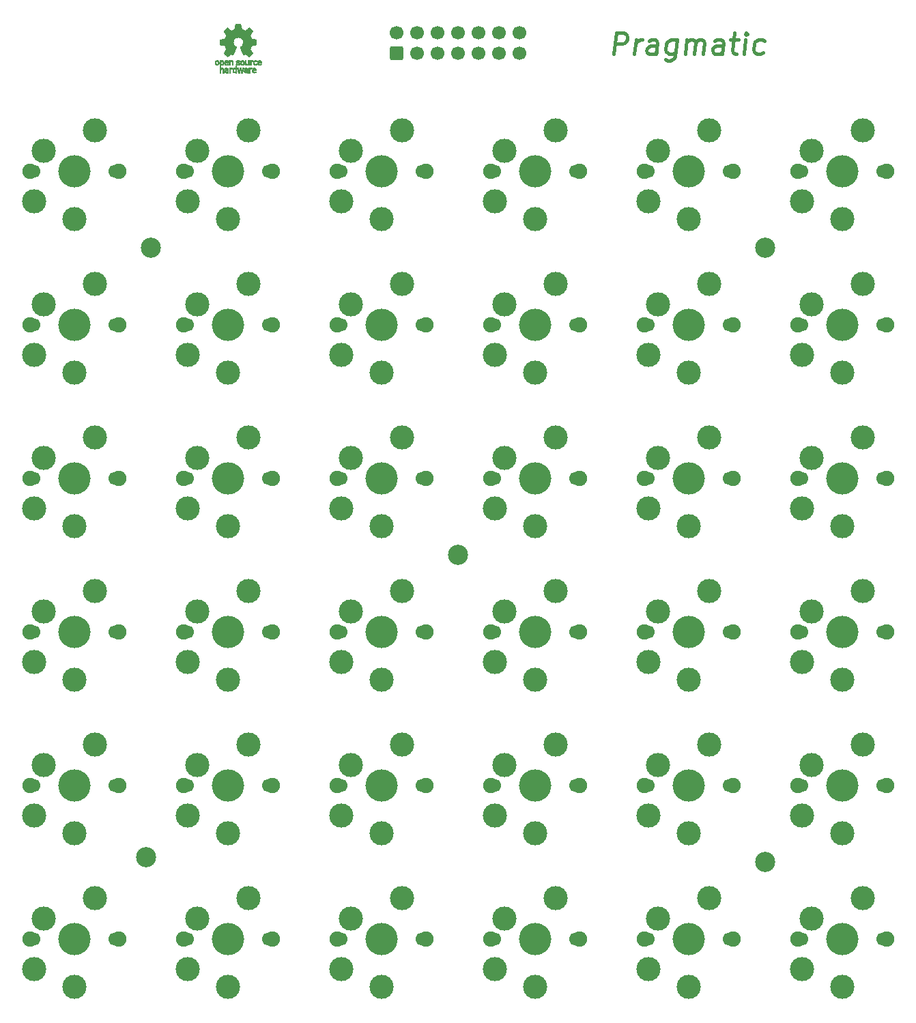
<source format=gts>
%TF.GenerationSoftware,KiCad,Pcbnew,(6.0.1-0)*%
%TF.CreationDate,2022-02-06T15:04:05+08:00*%
%TF.ProjectId,Pragmatic,50726167-6d61-4746-9963-2e6b69636164,0.3*%
%TF.SameCoordinates,Original*%
%TF.FileFunction,Soldermask,Top*%
%TF.FilePolarity,Negative*%
%FSLAX46Y46*%
G04 Gerber Fmt 4.6, Leading zero omitted, Abs format (unit mm)*
G04 Created by KiCad (PCBNEW (6.0.1-0)) date 2022-02-06 15:04:05*
%MOMM*%
%LPD*%
G01*
G04 APERTURE LIST*
G04 Aperture macros list*
%AMRoundRect*
0 Rectangle with rounded corners*
0 $1 Rounding radius*
0 $2 $3 $4 $5 $6 $7 $8 $9 X,Y pos of 4 corners*
0 Add a 4 corners polygon primitive as box body*
4,1,4,$2,$3,$4,$5,$6,$7,$8,$9,$2,$3,0*
0 Add four circle primitives for the rounded corners*
1,1,$1+$1,$2,$3*
1,1,$1+$1,$4,$5*
1,1,$1+$1,$6,$7*
1,1,$1+$1,$8,$9*
0 Add four rect primitives between the rounded corners*
20,1,$1+$1,$2,$3,$4,$5,0*
20,1,$1+$1,$4,$5,$6,$7,0*
20,1,$1+$1,$6,$7,$8,$9,0*
20,1,$1+$1,$8,$9,$2,$3,0*%
G04 Aperture macros list end*
%ADD10C,0.457200*%
%ADD11C,0.010000*%
%ADD12C,1.700000*%
%ADD13C,4.000000*%
%ADD14C,1.900000*%
%ADD15C,3.000000*%
%ADD16C,2.500000*%
%ADD17RoundRect,0.250000X0.600000X-0.600000X0.600000X0.600000X-0.600000X0.600000X-0.600000X-0.600000X0*%
G04 APERTURE END LIST*
D10*
X124040550Y-42574028D02*
X124364400Y-39983228D01*
X125351372Y-39983228D01*
X125582693Y-40106600D01*
X125690643Y-40229971D01*
X125783172Y-40476714D01*
X125736907Y-40846828D01*
X125582693Y-41093571D01*
X125443900Y-41216942D01*
X125181736Y-41340314D01*
X124194765Y-41340314D01*
X126631350Y-42574028D02*
X126847250Y-40846828D01*
X126785565Y-41340314D02*
X126939779Y-41093571D01*
X127078572Y-40970200D01*
X127340736Y-40846828D01*
X127587479Y-40846828D01*
X129345522Y-42574028D02*
X129515157Y-41216942D01*
X129422629Y-40970200D01*
X129191307Y-40846828D01*
X128697822Y-40846828D01*
X128435657Y-40970200D01*
X129360943Y-42450657D02*
X129098779Y-42574028D01*
X128481922Y-42574028D01*
X128250600Y-42450657D01*
X128158072Y-42203914D01*
X128188915Y-41957171D01*
X128343129Y-41710428D01*
X128605293Y-41587057D01*
X129222150Y-41587057D01*
X129484315Y-41463685D01*
X131905479Y-40846828D02*
X131643315Y-42944142D01*
X131489100Y-43190885D01*
X131350307Y-43314257D01*
X131088143Y-43437628D01*
X130718029Y-43437628D01*
X130486707Y-43314257D01*
X131705000Y-42450657D02*
X131442836Y-42574028D01*
X130949350Y-42574028D01*
X130718029Y-42450657D01*
X130610079Y-42327285D01*
X130517550Y-42080542D01*
X130610079Y-41340314D01*
X130764293Y-41093571D01*
X130903086Y-40970200D01*
X131165250Y-40846828D01*
X131658736Y-40846828D01*
X131890057Y-40970200D01*
X132923293Y-42574028D02*
X133139193Y-40846828D01*
X133108350Y-41093571D02*
X133247143Y-40970200D01*
X133509307Y-40846828D01*
X133879422Y-40846828D01*
X134110743Y-40970200D01*
X134203272Y-41216942D01*
X134033636Y-42574028D01*
X134203272Y-41216942D02*
X134357486Y-40970200D01*
X134619650Y-40846828D01*
X134989765Y-40846828D01*
X135221086Y-40970200D01*
X135313615Y-41216942D01*
X135143979Y-42574028D01*
X137488036Y-42574028D02*
X137657672Y-41216942D01*
X137565143Y-40970200D01*
X137333822Y-40846828D01*
X136840336Y-40846828D01*
X136578172Y-40970200D01*
X137503457Y-42450657D02*
X137241293Y-42574028D01*
X136624436Y-42574028D01*
X136393115Y-42450657D01*
X136300586Y-42203914D01*
X136331429Y-41957171D01*
X136485643Y-41710428D01*
X136747807Y-41587057D01*
X137364665Y-41587057D01*
X137626829Y-41463685D01*
X138567536Y-40846828D02*
X139554507Y-40846828D01*
X139045600Y-39983228D02*
X138768015Y-42203914D01*
X138860543Y-42450657D01*
X139091865Y-42574028D01*
X139338607Y-42574028D01*
X140202207Y-42574028D02*
X140418107Y-40846828D01*
X140526057Y-39983228D02*
X140387265Y-40106600D01*
X140495215Y-40229971D01*
X140634007Y-40106600D01*
X140526057Y-39983228D01*
X140495215Y-40229971D01*
X142561686Y-42450657D02*
X142299522Y-42574028D01*
X141806036Y-42574028D01*
X141574715Y-42450657D01*
X141466765Y-42327285D01*
X141374236Y-42080542D01*
X141466765Y-41340314D01*
X141620979Y-41093571D01*
X141759772Y-40970200D01*
X142021936Y-40846828D01*
X142515422Y-40846828D01*
X142746743Y-40970200D01*
D11*
X78460237Y-43568305D02*
X78461425Y-43660526D01*
X78461425Y-43660526D02*
X78465767Y-43730573D01*
X78465767Y-43730573D02*
X78474428Y-43781344D01*
X78474428Y-43781344D02*
X78488574Y-43815735D01*
X78488574Y-43815735D02*
X78509370Y-43836642D01*
X78509370Y-43836642D02*
X78537980Y-43846963D01*
X78537980Y-43846963D02*
X78573405Y-43849599D01*
X78573405Y-43849599D02*
X78610506Y-43846645D01*
X78610506Y-43846645D02*
X78638688Y-43835852D01*
X78638688Y-43835852D02*
X78659113Y-43814323D01*
X78659113Y-43814323D02*
X78672949Y-43779162D01*
X78672949Y-43779162D02*
X78681361Y-43727473D01*
X78681361Y-43727473D02*
X78685513Y-43656357D01*
X78685513Y-43656357D02*
X78686573Y-43568305D01*
X78686573Y-43568305D02*
X78686573Y-43372577D01*
X78686573Y-43372577D02*
X78824890Y-43372577D01*
X78824890Y-43372577D02*
X78824890Y-43976142D01*
X78824890Y-43976142D02*
X78755732Y-43976142D01*
X78755732Y-43976142D02*
X78714040Y-43974452D01*
X78714040Y-43974452D02*
X78692571Y-43968519D01*
X78692571Y-43968519D02*
X78686573Y-43957256D01*
X78686573Y-43957256D02*
X78682961Y-43947224D01*
X78682961Y-43947224D02*
X78668584Y-43949346D01*
X78668584Y-43949346D02*
X78639606Y-43963543D01*
X78639606Y-43963543D02*
X78573189Y-43985443D01*
X78573189Y-43985443D02*
X78502745Y-43983891D01*
X78502745Y-43983891D02*
X78435247Y-43960110D01*
X78435247Y-43960110D02*
X78403103Y-43941325D01*
X78403103Y-43941325D02*
X78378585Y-43920985D01*
X78378585Y-43920985D02*
X78360674Y-43895536D01*
X78360674Y-43895536D02*
X78348349Y-43861421D01*
X78348349Y-43861421D02*
X78340593Y-43815084D01*
X78340593Y-43815084D02*
X78336386Y-43752970D01*
X78336386Y-43752970D02*
X78334710Y-43671524D01*
X78334710Y-43671524D02*
X78334494Y-43608541D01*
X78334494Y-43608541D02*
X78334494Y-43372577D01*
X78334494Y-43372577D02*
X78460237Y-43372577D01*
X78460237Y-43372577D02*
X78460237Y-43568305D01*
X78460237Y-43568305D02*
X78460237Y-43568305D01*
G36*
X78460237Y-43568305D02*
G01*
X78461425Y-43660526D01*
X78465767Y-43730573D01*
X78474428Y-43781344D01*
X78488574Y-43815735D01*
X78509370Y-43836642D01*
X78537980Y-43846963D01*
X78573405Y-43849599D01*
X78610506Y-43846645D01*
X78638688Y-43835852D01*
X78659113Y-43814323D01*
X78672949Y-43779162D01*
X78681361Y-43727473D01*
X78685513Y-43656357D01*
X78686573Y-43568305D01*
X78686573Y-43372577D01*
X78824890Y-43372577D01*
X78824890Y-43976142D01*
X78755732Y-43976142D01*
X78714040Y-43974452D01*
X78692571Y-43968519D01*
X78686573Y-43957256D01*
X78682961Y-43947224D01*
X78668584Y-43949346D01*
X78639606Y-43963543D01*
X78573189Y-43985443D01*
X78502745Y-43983891D01*
X78435247Y-43960110D01*
X78403103Y-43941325D01*
X78378585Y-43920985D01*
X78360674Y-43895536D01*
X78348349Y-43861421D01*
X78340593Y-43815084D01*
X78336386Y-43752970D01*
X78334710Y-43671524D01*
X78334494Y-43608541D01*
X78334494Y-43372577D01*
X78460237Y-43372577D01*
X78460237Y-43568305D01*
G37*
X78460237Y-43568305D02*
X78461425Y-43660526D01*
X78465767Y-43730573D01*
X78474428Y-43781344D01*
X78488574Y-43815735D01*
X78509370Y-43836642D01*
X78537980Y-43846963D01*
X78573405Y-43849599D01*
X78610506Y-43846645D01*
X78638688Y-43835852D01*
X78659113Y-43814323D01*
X78672949Y-43779162D01*
X78681361Y-43727473D01*
X78685513Y-43656357D01*
X78686573Y-43568305D01*
X78686573Y-43372577D01*
X78824890Y-43372577D01*
X78824890Y-43976142D01*
X78755732Y-43976142D01*
X78714040Y-43974452D01*
X78692571Y-43968519D01*
X78686573Y-43957256D01*
X78682961Y-43947224D01*
X78668584Y-43949346D01*
X78639606Y-43963543D01*
X78573189Y-43985443D01*
X78502745Y-43983891D01*
X78435247Y-43960110D01*
X78403103Y-43941325D01*
X78378585Y-43920985D01*
X78360674Y-43895536D01*
X78348349Y-43861421D01*
X78340593Y-43815084D01*
X78336386Y-43752970D01*
X78334710Y-43671524D01*
X78334494Y-43608541D01*
X78334494Y-43372577D01*
X78460237Y-43372577D01*
X78460237Y-43568305D01*
X77268812Y-44927822D02*
X77199654Y-44927822D01*
X77199654Y-44927822D02*
X77159512Y-44926645D01*
X77159512Y-44926645D02*
X77138606Y-44921772D01*
X77138606Y-44921772D02*
X77131078Y-44911186D01*
X77131078Y-44911186D02*
X77130495Y-44904029D01*
X77130495Y-44904029D02*
X77129226Y-44889676D01*
X77129226Y-44889676D02*
X77121221Y-44886923D01*
X77121221Y-44886923D02*
X77100185Y-44895771D01*
X77100185Y-44895771D02*
X77083827Y-44904029D01*
X77083827Y-44904029D02*
X77021023Y-44923597D01*
X77021023Y-44923597D02*
X76952752Y-44924729D01*
X76952752Y-44924729D02*
X76897248Y-44910135D01*
X76897248Y-44910135D02*
X76845562Y-44874877D01*
X76845562Y-44874877D02*
X76806162Y-44822835D01*
X76806162Y-44822835D02*
X76784587Y-44761450D01*
X76784587Y-44761450D02*
X76784038Y-44758018D01*
X76784038Y-44758018D02*
X76780833Y-44720571D01*
X76780833Y-44720571D02*
X76779239Y-44666813D01*
X76779239Y-44666813D02*
X76779367Y-44626155D01*
X76779367Y-44626155D02*
X76916721Y-44626155D01*
X76916721Y-44626155D02*
X76919903Y-44680194D01*
X76919903Y-44680194D02*
X76927141Y-44724735D01*
X76927141Y-44724735D02*
X76936940Y-44749888D01*
X76936940Y-44749888D02*
X76974011Y-44784260D01*
X76974011Y-44784260D02*
X77018026Y-44796582D01*
X77018026Y-44796582D02*
X77063416Y-44786618D01*
X77063416Y-44786618D02*
X77102203Y-44756895D01*
X77102203Y-44756895D02*
X77116892Y-44736905D01*
X77116892Y-44736905D02*
X77125481Y-44713050D01*
X77125481Y-44713050D02*
X77129504Y-44678230D01*
X77129504Y-44678230D02*
X77130495Y-44625930D01*
X77130495Y-44625930D02*
X77128722Y-44574139D01*
X77128722Y-44574139D02*
X77124037Y-44528634D01*
X77124037Y-44528634D02*
X77117397Y-44498181D01*
X77117397Y-44498181D02*
X77116290Y-44495452D01*
X77116290Y-44495452D02*
X77089509Y-44463000D01*
X77089509Y-44463000D02*
X77050421Y-44445183D01*
X77050421Y-44445183D02*
X77006685Y-44442306D01*
X77006685Y-44442306D02*
X76965962Y-44454674D01*
X76965962Y-44454674D02*
X76935913Y-44482593D01*
X76935913Y-44482593D02*
X76932796Y-44488148D01*
X76932796Y-44488148D02*
X76923039Y-44522022D01*
X76923039Y-44522022D02*
X76917723Y-44570728D01*
X76917723Y-44570728D02*
X76916721Y-44626155D01*
X76916721Y-44626155D02*
X76779367Y-44626155D01*
X76779367Y-44626155D02*
X76779432Y-44605540D01*
X76779432Y-44605540D02*
X76780336Y-44572563D01*
X76780336Y-44572563D02*
X76786486Y-44490981D01*
X76786486Y-44490981D02*
X76799267Y-44429730D01*
X76799267Y-44429730D02*
X76820529Y-44384449D01*
X76820529Y-44384449D02*
X76852122Y-44350779D01*
X76852122Y-44350779D02*
X76882793Y-44331014D01*
X76882793Y-44331014D02*
X76925646Y-44317120D01*
X76925646Y-44317120D02*
X76978944Y-44312354D01*
X76978944Y-44312354D02*
X77033520Y-44316236D01*
X77033520Y-44316236D02*
X77080208Y-44328282D01*
X77080208Y-44328282D02*
X77104876Y-44342693D01*
X77104876Y-44342693D02*
X77130495Y-44365878D01*
X77130495Y-44365878D02*
X77130495Y-44072773D01*
X77130495Y-44072773D02*
X77268812Y-44072773D01*
X77268812Y-44072773D02*
X77268812Y-44927822D01*
X77268812Y-44927822D02*
X77268812Y-44927822D01*
G36*
X76780336Y-44572563D02*
G01*
X76786486Y-44490981D01*
X76799267Y-44429730D01*
X76820529Y-44384449D01*
X76852122Y-44350779D01*
X76882793Y-44331014D01*
X76925646Y-44317120D01*
X76978944Y-44312354D01*
X77033520Y-44316236D01*
X77080208Y-44328282D01*
X77104876Y-44342693D01*
X77130495Y-44365878D01*
X77130495Y-44072773D01*
X77268812Y-44072773D01*
X77268812Y-44927822D01*
X77199654Y-44927822D01*
X77159512Y-44926645D01*
X77138606Y-44921772D01*
X77131078Y-44911186D01*
X77130495Y-44904029D01*
X77129226Y-44889676D01*
X77121221Y-44886923D01*
X77100185Y-44895771D01*
X77083827Y-44904029D01*
X77021023Y-44923597D01*
X76952752Y-44924729D01*
X76897248Y-44910135D01*
X76845562Y-44874877D01*
X76806162Y-44822835D01*
X76784587Y-44761450D01*
X76784038Y-44758018D01*
X76780833Y-44720571D01*
X76779239Y-44666813D01*
X76779367Y-44626155D01*
X76916721Y-44626155D01*
X76919903Y-44680194D01*
X76927141Y-44724735D01*
X76936940Y-44749888D01*
X76974011Y-44784260D01*
X77018026Y-44796582D01*
X77063416Y-44786618D01*
X77102203Y-44756895D01*
X77116892Y-44736905D01*
X77125481Y-44713050D01*
X77129504Y-44678230D01*
X77130495Y-44625930D01*
X77128722Y-44574139D01*
X77124037Y-44528634D01*
X77117397Y-44498181D01*
X77116290Y-44495452D01*
X77089509Y-44463000D01*
X77050421Y-44445183D01*
X77006685Y-44442306D01*
X76965962Y-44454674D01*
X76935913Y-44482593D01*
X76932796Y-44488148D01*
X76923039Y-44522022D01*
X76917723Y-44570728D01*
X76916721Y-44626155D01*
X76779367Y-44626155D01*
X76779432Y-44605540D01*
X76780336Y-44572563D01*
G37*
X76780336Y-44572563D02*
X76786486Y-44490981D01*
X76799267Y-44429730D01*
X76820529Y-44384449D01*
X76852122Y-44350779D01*
X76882793Y-44331014D01*
X76925646Y-44317120D01*
X76978944Y-44312354D01*
X77033520Y-44316236D01*
X77080208Y-44328282D01*
X77104876Y-44342693D01*
X77130495Y-44365878D01*
X77130495Y-44072773D01*
X77268812Y-44072773D01*
X77268812Y-44927822D01*
X77199654Y-44927822D01*
X77159512Y-44926645D01*
X77138606Y-44921772D01*
X77131078Y-44911186D01*
X77130495Y-44904029D01*
X77129226Y-44889676D01*
X77121221Y-44886923D01*
X77100185Y-44895771D01*
X77083827Y-44904029D01*
X77021023Y-44923597D01*
X76952752Y-44924729D01*
X76897248Y-44910135D01*
X76845562Y-44874877D01*
X76806162Y-44822835D01*
X76784587Y-44761450D01*
X76784038Y-44758018D01*
X76780833Y-44720571D01*
X76779239Y-44666813D01*
X76779367Y-44626155D01*
X76916721Y-44626155D01*
X76919903Y-44680194D01*
X76927141Y-44724735D01*
X76936940Y-44749888D01*
X76974011Y-44784260D01*
X77018026Y-44796582D01*
X77063416Y-44786618D01*
X77102203Y-44756895D01*
X77116892Y-44736905D01*
X77125481Y-44713050D01*
X77129504Y-44678230D01*
X77130495Y-44625930D01*
X77128722Y-44574139D01*
X77124037Y-44528634D01*
X77117397Y-44498181D01*
X77116290Y-44495452D01*
X77089509Y-44463000D01*
X77050421Y-44445183D01*
X77006685Y-44442306D01*
X76965962Y-44454674D01*
X76935913Y-44482593D01*
X76932796Y-44488148D01*
X76923039Y-44522022D01*
X76917723Y-44570728D01*
X76916721Y-44626155D01*
X76779367Y-44626155D01*
X76779432Y-44605540D01*
X76780336Y-44572563D01*
X77480887Y-43370415D02*
X77528504Y-43379445D01*
X77528504Y-43379445D02*
X77577904Y-43398333D01*
X77577904Y-43398333D02*
X77583182Y-43400740D01*
X77583182Y-43400740D02*
X77620644Y-43420439D01*
X77620644Y-43420439D02*
X77646587Y-43438744D01*
X77646587Y-43438744D02*
X77654973Y-43450471D01*
X77654973Y-43450471D02*
X77646987Y-43469595D01*
X77646987Y-43469595D02*
X77627590Y-43497813D01*
X77627590Y-43497813D02*
X77618980Y-43508347D01*
X77618980Y-43508347D02*
X77583498Y-43549810D01*
X77583498Y-43549810D02*
X77537755Y-43522821D01*
X77537755Y-43522821D02*
X77494220Y-43504841D01*
X77494220Y-43504841D02*
X77443920Y-43495230D01*
X77443920Y-43495230D02*
X77395682Y-43494623D01*
X77395682Y-43494623D02*
X77358337Y-43503654D01*
X77358337Y-43503654D02*
X77349375Y-43509290D01*
X77349375Y-43509290D02*
X77332307Y-43535134D01*
X77332307Y-43535134D02*
X77330233Y-43564904D01*
X77330233Y-43564904D02*
X77343004Y-43588160D01*
X77343004Y-43588160D02*
X77350558Y-43592671D01*
X77350558Y-43592671D02*
X77373195Y-43598272D01*
X77373195Y-43598272D02*
X77412985Y-43604855D01*
X77412985Y-43604855D02*
X77462036Y-43611146D01*
X77462036Y-43611146D02*
X77471085Y-43612133D01*
X77471085Y-43612133D02*
X77549866Y-43625761D01*
X77549866Y-43625761D02*
X77607006Y-43648909D01*
X77607006Y-43648909D02*
X77644900Y-43683715D01*
X77644900Y-43683715D02*
X77665949Y-43732317D01*
X77665949Y-43732317D02*
X77672505Y-43791681D01*
X77672505Y-43791681D02*
X77663447Y-43859161D01*
X77663447Y-43859161D02*
X77634034Y-43912151D01*
X77634034Y-43912151D02*
X77584148Y-43950746D01*
X77584148Y-43950746D02*
X77513670Y-43975044D01*
X77513670Y-43975044D02*
X77435435Y-43984630D01*
X77435435Y-43984630D02*
X77371636Y-43984515D01*
X77371636Y-43984515D02*
X77319886Y-43975808D01*
X77319886Y-43975808D02*
X77284543Y-43963788D01*
X77284543Y-43963788D02*
X77239887Y-43942843D01*
X77239887Y-43942843D02*
X77198617Y-43918537D01*
X77198617Y-43918537D02*
X77183949Y-43907839D01*
X77183949Y-43907839D02*
X77146227Y-43877047D01*
X77146227Y-43877047D02*
X77191722Y-43831012D01*
X77191722Y-43831012D02*
X77237217Y-43784976D01*
X77237217Y-43784976D02*
X77288942Y-43819206D01*
X77288942Y-43819206D02*
X77340822Y-43844915D01*
X77340822Y-43844915D02*
X77396221Y-43858362D01*
X77396221Y-43858362D02*
X77449475Y-43859781D01*
X77449475Y-43859781D02*
X77494919Y-43849406D01*
X77494919Y-43849406D02*
X77526886Y-43827470D01*
X77526886Y-43827470D02*
X77537208Y-43808961D01*
X77537208Y-43808961D02*
X77535659Y-43779277D01*
X77535659Y-43779277D02*
X77510010Y-43756578D01*
X77510010Y-43756578D02*
X77460330Y-43740903D01*
X77460330Y-43740903D02*
X77405901Y-43733658D01*
X77405901Y-43733658D02*
X77322134Y-43719836D01*
X77322134Y-43719836D02*
X77259903Y-43693759D01*
X77259903Y-43693759D02*
X77218377Y-43654662D01*
X77218377Y-43654662D02*
X77196723Y-43601783D01*
X77196723Y-43601783D02*
X77193723Y-43539089D01*
X77193723Y-43539089D02*
X77208541Y-43473605D01*
X77208541Y-43473605D02*
X77242324Y-43424107D01*
X77242324Y-43424107D02*
X77295375Y-43390371D01*
X77295375Y-43390371D02*
X77367996Y-43372170D01*
X77367996Y-43372170D02*
X77421798Y-43368602D01*
X77421798Y-43368602D02*
X77480887Y-43370415D01*
X77480887Y-43370415D02*
X77480887Y-43370415D01*
G36*
X77480887Y-43370415D02*
G01*
X77528504Y-43379445D01*
X77577904Y-43398333D01*
X77583182Y-43400740D01*
X77620644Y-43420439D01*
X77646587Y-43438744D01*
X77654973Y-43450471D01*
X77646987Y-43469595D01*
X77627590Y-43497813D01*
X77618980Y-43508347D01*
X77583498Y-43549810D01*
X77537755Y-43522821D01*
X77494220Y-43504841D01*
X77443920Y-43495230D01*
X77395682Y-43494623D01*
X77358337Y-43503654D01*
X77349375Y-43509290D01*
X77332307Y-43535134D01*
X77330233Y-43564904D01*
X77343004Y-43588160D01*
X77350558Y-43592671D01*
X77373195Y-43598272D01*
X77412985Y-43604855D01*
X77462036Y-43611146D01*
X77471085Y-43612133D01*
X77549866Y-43625761D01*
X77607006Y-43648909D01*
X77644900Y-43683715D01*
X77665949Y-43732317D01*
X77672505Y-43791681D01*
X77663447Y-43859161D01*
X77634034Y-43912151D01*
X77584148Y-43950746D01*
X77513670Y-43975044D01*
X77435435Y-43984630D01*
X77371636Y-43984515D01*
X77319886Y-43975808D01*
X77284543Y-43963788D01*
X77239887Y-43942843D01*
X77198617Y-43918537D01*
X77183949Y-43907839D01*
X77146227Y-43877047D01*
X77191722Y-43831012D01*
X77237217Y-43784976D01*
X77288942Y-43819206D01*
X77340822Y-43844915D01*
X77396221Y-43858362D01*
X77449475Y-43859781D01*
X77494919Y-43849406D01*
X77526886Y-43827470D01*
X77537208Y-43808961D01*
X77535659Y-43779277D01*
X77510010Y-43756578D01*
X77460330Y-43740903D01*
X77405901Y-43733658D01*
X77322134Y-43719836D01*
X77259903Y-43693759D01*
X77218377Y-43654662D01*
X77196723Y-43601783D01*
X77193723Y-43539089D01*
X77208541Y-43473605D01*
X77242324Y-43424107D01*
X77295375Y-43390371D01*
X77367996Y-43372170D01*
X77421798Y-43368602D01*
X77480887Y-43370415D01*
G37*
X77480887Y-43370415D02*
X77528504Y-43379445D01*
X77577904Y-43398333D01*
X77583182Y-43400740D01*
X77620644Y-43420439D01*
X77646587Y-43438744D01*
X77654973Y-43450471D01*
X77646987Y-43469595D01*
X77627590Y-43497813D01*
X77618980Y-43508347D01*
X77583498Y-43549810D01*
X77537755Y-43522821D01*
X77494220Y-43504841D01*
X77443920Y-43495230D01*
X77395682Y-43494623D01*
X77358337Y-43503654D01*
X77349375Y-43509290D01*
X77332307Y-43535134D01*
X77330233Y-43564904D01*
X77343004Y-43588160D01*
X77350558Y-43592671D01*
X77373195Y-43598272D01*
X77412985Y-43604855D01*
X77462036Y-43611146D01*
X77471085Y-43612133D01*
X77549866Y-43625761D01*
X77607006Y-43648909D01*
X77644900Y-43683715D01*
X77665949Y-43732317D01*
X77672505Y-43791681D01*
X77663447Y-43859161D01*
X77634034Y-43912151D01*
X77584148Y-43950746D01*
X77513670Y-43975044D01*
X77435435Y-43984630D01*
X77371636Y-43984515D01*
X77319886Y-43975808D01*
X77284543Y-43963788D01*
X77239887Y-43942843D01*
X77198617Y-43918537D01*
X77183949Y-43907839D01*
X77146227Y-43877047D01*
X77191722Y-43831012D01*
X77237217Y-43784976D01*
X77288942Y-43819206D01*
X77340822Y-43844915D01*
X77396221Y-43858362D01*
X77449475Y-43859781D01*
X77494919Y-43849406D01*
X77526886Y-43827470D01*
X77537208Y-43808961D01*
X77535659Y-43779277D01*
X77510010Y-43756578D01*
X77460330Y-43740903D01*
X77405901Y-43733658D01*
X77322134Y-43719836D01*
X77259903Y-43693759D01*
X77218377Y-43654662D01*
X77196723Y-43601783D01*
X77193723Y-43539089D01*
X77208541Y-43473605D01*
X77242324Y-43424107D01*
X77295375Y-43390371D01*
X77367996Y-43372170D01*
X77421798Y-43368602D01*
X77480887Y-43370415D01*
X78505281Y-44319380D02*
X78558281Y-44332253D01*
X78558281Y-44332253D02*
X78573601Y-44339073D01*
X78573601Y-44339073D02*
X78603298Y-44356937D01*
X78603298Y-44356937D02*
X78626090Y-44377056D01*
X78626090Y-44377056D02*
X78642953Y-44402925D01*
X78642953Y-44402925D02*
X78654868Y-44438036D01*
X78654868Y-44438036D02*
X78662812Y-44485883D01*
X78662812Y-44485883D02*
X78667764Y-44549959D01*
X78667764Y-44549959D02*
X78670701Y-44633757D01*
X78670701Y-44633757D02*
X78671817Y-44689731D01*
X78671817Y-44689731D02*
X78675922Y-44931785D01*
X78675922Y-44931785D02*
X78605802Y-44931785D01*
X78605802Y-44931785D02*
X78563263Y-44930001D01*
X78563263Y-44930001D02*
X78541346Y-44923905D01*
X78541346Y-44923905D02*
X78535682Y-44913669D01*
X78535682Y-44913669D02*
X78532691Y-44902600D01*
X78532691Y-44902600D02*
X78519321Y-44904717D01*
X78519321Y-44904717D02*
X78501103Y-44913592D01*
X78501103Y-44913592D02*
X78455494Y-44927196D01*
X78455494Y-44927196D02*
X78396877Y-44930862D01*
X78396877Y-44930862D02*
X78335224Y-44924866D01*
X78335224Y-44924866D02*
X78280508Y-44909484D01*
X78280508Y-44909484D02*
X78275600Y-44907349D01*
X78275600Y-44907349D02*
X78225593Y-44872218D01*
X78225593Y-44872218D02*
X78192626Y-44823382D01*
X78192626Y-44823382D02*
X78177457Y-44766296D01*
X78177457Y-44766296D02*
X78178616Y-44745787D01*
X78178616Y-44745787D02*
X78302378Y-44745787D01*
X78302378Y-44745787D02*
X78313283Y-44773388D01*
X78313283Y-44773388D02*
X78345615Y-44793167D01*
X78345615Y-44793167D02*
X78397780Y-44803782D01*
X78397780Y-44803782D02*
X78425657Y-44805191D01*
X78425657Y-44805191D02*
X78472117Y-44801583D01*
X78472117Y-44801583D02*
X78502999Y-44787560D01*
X78502999Y-44787560D02*
X78510534Y-44780894D01*
X78510534Y-44780894D02*
X78530946Y-44744629D01*
X78530946Y-44744629D02*
X78535682Y-44711736D01*
X78535682Y-44711736D02*
X78535682Y-44667726D01*
X78535682Y-44667726D02*
X78474383Y-44667726D01*
X78474383Y-44667726D02*
X78403126Y-44671358D01*
X78403126Y-44671358D02*
X78353146Y-44682781D01*
X78353146Y-44682781D02*
X78321566Y-44702787D01*
X78321566Y-44702787D02*
X78314496Y-44711706D01*
X78314496Y-44711706D02*
X78302378Y-44745787D01*
X78302378Y-44745787D02*
X78178616Y-44745787D01*
X78178616Y-44745787D02*
X78180841Y-44706419D01*
X78180841Y-44706419D02*
X78203533Y-44649207D01*
X78203533Y-44649207D02*
X78234494Y-44610543D01*
X78234494Y-44610543D02*
X78253246Y-44593827D01*
X78253246Y-44593827D02*
X78271603Y-44582841D01*
X78271603Y-44582841D02*
X78295489Y-44576143D01*
X78295489Y-44576143D02*
X78330827Y-44572289D01*
X78330827Y-44572289D02*
X78383539Y-44569836D01*
X78383539Y-44569836D02*
X78404447Y-44569131D01*
X78404447Y-44569131D02*
X78535682Y-44564842D01*
X78535682Y-44564842D02*
X78535490Y-44525121D01*
X78535490Y-44525121D02*
X78530407Y-44483368D01*
X78530407Y-44483368D02*
X78512032Y-44458121D01*
X78512032Y-44458121D02*
X78474909Y-44441993D01*
X78474909Y-44441993D02*
X78473913Y-44441705D01*
X78473913Y-44441705D02*
X78421280Y-44435363D01*
X78421280Y-44435363D02*
X78369776Y-44443647D01*
X78369776Y-44443647D02*
X78331500Y-44463790D01*
X78331500Y-44463790D02*
X78316142Y-44473736D01*
X78316142Y-44473736D02*
X78299600Y-44472360D01*
X78299600Y-44472360D02*
X78274145Y-44457950D01*
X78274145Y-44457950D02*
X78259198Y-44447780D01*
X78259198Y-44447780D02*
X78229961Y-44426051D01*
X78229961Y-44426051D02*
X78211850Y-44409763D01*
X78211850Y-44409763D02*
X78208944Y-44405100D01*
X78208944Y-44405100D02*
X78220910Y-44380968D01*
X78220910Y-44380968D02*
X78256266Y-44352148D01*
X78256266Y-44352148D02*
X78271623Y-44342424D01*
X78271623Y-44342424D02*
X78315771Y-44325677D01*
X78315771Y-44325677D02*
X78375268Y-44316190D01*
X78375268Y-44316190D02*
X78441357Y-44314058D01*
X78441357Y-44314058D02*
X78505281Y-44319380D01*
X78505281Y-44319380D02*
X78505281Y-44319380D01*
G36*
X78203533Y-44649207D02*
G01*
X78234494Y-44610543D01*
X78253246Y-44593827D01*
X78271603Y-44582841D01*
X78295489Y-44576143D01*
X78330827Y-44572289D01*
X78383539Y-44569836D01*
X78404447Y-44569131D01*
X78535682Y-44564842D01*
X78535490Y-44525121D01*
X78530407Y-44483368D01*
X78512032Y-44458121D01*
X78474909Y-44441993D01*
X78473913Y-44441705D01*
X78421280Y-44435363D01*
X78369776Y-44443647D01*
X78331500Y-44463790D01*
X78316142Y-44473736D01*
X78299600Y-44472360D01*
X78274145Y-44457950D01*
X78259198Y-44447780D01*
X78229961Y-44426051D01*
X78211850Y-44409763D01*
X78208944Y-44405100D01*
X78220910Y-44380968D01*
X78256266Y-44352148D01*
X78271623Y-44342424D01*
X78315771Y-44325677D01*
X78375268Y-44316190D01*
X78441357Y-44314058D01*
X78505281Y-44319380D01*
X78558281Y-44332253D01*
X78573601Y-44339073D01*
X78603298Y-44356937D01*
X78626090Y-44377056D01*
X78642953Y-44402925D01*
X78654868Y-44438036D01*
X78662812Y-44485883D01*
X78667764Y-44549959D01*
X78670701Y-44633757D01*
X78671817Y-44689731D01*
X78675922Y-44931785D01*
X78605802Y-44931785D01*
X78563263Y-44930001D01*
X78541346Y-44923905D01*
X78535682Y-44913669D01*
X78532691Y-44902600D01*
X78519321Y-44904717D01*
X78501103Y-44913592D01*
X78455494Y-44927196D01*
X78396877Y-44930862D01*
X78335224Y-44924866D01*
X78280508Y-44909484D01*
X78275600Y-44907349D01*
X78225593Y-44872218D01*
X78192626Y-44823382D01*
X78177457Y-44766296D01*
X78178616Y-44745787D01*
X78302378Y-44745787D01*
X78313283Y-44773388D01*
X78345615Y-44793167D01*
X78397780Y-44803782D01*
X78425657Y-44805191D01*
X78472117Y-44801583D01*
X78502999Y-44787560D01*
X78510534Y-44780894D01*
X78530946Y-44744629D01*
X78535682Y-44711736D01*
X78535682Y-44667726D01*
X78474383Y-44667726D01*
X78403126Y-44671358D01*
X78353146Y-44682781D01*
X78321566Y-44702787D01*
X78314496Y-44711706D01*
X78302378Y-44745787D01*
X78178616Y-44745787D01*
X78180841Y-44706419D01*
X78203533Y-44649207D01*
G37*
X78203533Y-44649207D02*
X78234494Y-44610543D01*
X78253246Y-44593827D01*
X78271603Y-44582841D01*
X78295489Y-44576143D01*
X78330827Y-44572289D01*
X78383539Y-44569836D01*
X78404447Y-44569131D01*
X78535682Y-44564842D01*
X78535490Y-44525121D01*
X78530407Y-44483368D01*
X78512032Y-44458121D01*
X78474909Y-44441993D01*
X78473913Y-44441705D01*
X78421280Y-44435363D01*
X78369776Y-44443647D01*
X78331500Y-44463790D01*
X78316142Y-44473736D01*
X78299600Y-44472360D01*
X78274145Y-44457950D01*
X78259198Y-44447780D01*
X78229961Y-44426051D01*
X78211850Y-44409763D01*
X78208944Y-44405100D01*
X78220910Y-44380968D01*
X78256266Y-44352148D01*
X78271623Y-44342424D01*
X78315771Y-44325677D01*
X78375268Y-44316190D01*
X78441357Y-44314058D01*
X78505281Y-44319380D01*
X78558281Y-44332253D01*
X78573601Y-44339073D01*
X78603298Y-44356937D01*
X78626090Y-44377056D01*
X78642953Y-44402925D01*
X78654868Y-44438036D01*
X78662812Y-44485883D01*
X78667764Y-44549959D01*
X78670701Y-44633757D01*
X78671817Y-44689731D01*
X78675922Y-44931785D01*
X78605802Y-44931785D01*
X78563263Y-44930001D01*
X78541346Y-44923905D01*
X78535682Y-44913669D01*
X78532691Y-44902600D01*
X78519321Y-44904717D01*
X78501103Y-44913592D01*
X78455494Y-44927196D01*
X78396877Y-44930862D01*
X78335224Y-44924866D01*
X78280508Y-44909484D01*
X78275600Y-44907349D01*
X78225593Y-44872218D01*
X78192626Y-44823382D01*
X78177457Y-44766296D01*
X78178616Y-44745787D01*
X78302378Y-44745787D01*
X78313283Y-44773388D01*
X78345615Y-44793167D01*
X78397780Y-44803782D01*
X78425657Y-44805191D01*
X78472117Y-44801583D01*
X78502999Y-44787560D01*
X78510534Y-44780894D01*
X78530946Y-44744629D01*
X78535682Y-44711736D01*
X78535682Y-44667726D01*
X78474383Y-44667726D01*
X78403126Y-44671358D01*
X78353146Y-44682781D01*
X78321566Y-44702787D01*
X78314496Y-44711706D01*
X78302378Y-44745787D01*
X78178616Y-44745787D01*
X78180841Y-44706419D01*
X78203533Y-44649207D01*
X78077632Y-43380018D02*
X78141233Y-43414655D01*
X78141233Y-43414655D02*
X78190993Y-43469335D01*
X78190993Y-43469335D02*
X78214438Y-43513805D01*
X78214438Y-43513805D02*
X78224504Y-43553084D01*
X78224504Y-43553084D02*
X78231026Y-43609079D01*
X78231026Y-43609079D02*
X78233821Y-43673584D01*
X78233821Y-43673584D02*
X78232706Y-43738392D01*
X78232706Y-43738392D02*
X78227496Y-43795297D01*
X78227496Y-43795297D02*
X78221411Y-43825690D01*
X78221411Y-43825690D02*
X78200884Y-43867269D01*
X78200884Y-43867269D02*
X78165333Y-43911431D01*
X78165333Y-43911431D02*
X78122489Y-43950050D01*
X78122489Y-43950050D02*
X78080081Y-43974997D01*
X78080081Y-43974997D02*
X78079047Y-43975393D01*
X78079047Y-43975393D02*
X78026423Y-43986294D01*
X78026423Y-43986294D02*
X77964058Y-43986564D01*
X77964058Y-43986564D02*
X77904794Y-43976639D01*
X77904794Y-43976639D02*
X77881910Y-43968685D01*
X77881910Y-43968685D02*
X77822972Y-43935263D01*
X77822972Y-43935263D02*
X77780760Y-43891474D01*
X77780760Y-43891474D02*
X77753026Y-43833501D01*
X77753026Y-43833501D02*
X77737521Y-43757528D01*
X77737521Y-43757528D02*
X77734013Y-43717734D01*
X77734013Y-43717734D02*
X77734460Y-43667729D01*
X77734460Y-43667729D02*
X77869246Y-43667729D01*
X77869246Y-43667729D02*
X77873787Y-43740695D01*
X77873787Y-43740695D02*
X77886856Y-43796297D01*
X77886856Y-43796297D02*
X77907626Y-43831824D01*
X77907626Y-43831824D02*
X77922422Y-43841983D01*
X77922422Y-43841983D02*
X77960334Y-43849067D01*
X77960334Y-43849067D02*
X78005397Y-43846970D01*
X78005397Y-43846970D02*
X78044357Y-43836775D01*
X78044357Y-43836775D02*
X78054574Y-43831167D01*
X78054574Y-43831167D02*
X78081529Y-43798501D01*
X78081529Y-43798501D02*
X78099321Y-43748508D01*
X78099321Y-43748508D02*
X78106894Y-43687668D01*
X78106894Y-43687668D02*
X78103195Y-43622460D01*
X78103195Y-43622460D02*
X78094927Y-43583216D01*
X78094927Y-43583216D02*
X78071190Y-43537768D01*
X78071190Y-43537768D02*
X78033719Y-43509359D01*
X78033719Y-43509359D02*
X77988590Y-43499536D01*
X77988590Y-43499536D02*
X77941881Y-43509850D01*
X77941881Y-43509850D02*
X77906002Y-43535075D01*
X77906002Y-43535075D02*
X77887147Y-43555888D01*
X77887147Y-43555888D02*
X77876142Y-43576402D01*
X77876142Y-43576402D02*
X77870896Y-43604166D01*
X77870896Y-43604166D02*
X77869319Y-43646725D01*
X77869319Y-43646725D02*
X77869246Y-43667729D01*
X77869246Y-43667729D02*
X77734460Y-43667729D01*
X77734460Y-43667729D02*
X77734964Y-43611543D01*
X77734964Y-43611543D02*
X77752258Y-43524464D01*
X77752258Y-43524464D02*
X77785899Y-43456493D01*
X77785899Y-43456493D02*
X77835888Y-43407627D01*
X77835888Y-43407627D02*
X77902226Y-43377862D01*
X77902226Y-43377862D02*
X77916471Y-43374411D01*
X77916471Y-43374411D02*
X78002080Y-43366308D01*
X78002080Y-43366308D02*
X78077632Y-43380018D01*
X78077632Y-43380018D02*
X78077632Y-43380018D01*
G36*
X77752258Y-43524464D02*
G01*
X77785899Y-43456493D01*
X77835888Y-43407627D01*
X77902226Y-43377862D01*
X77916471Y-43374411D01*
X78002080Y-43366308D01*
X78077632Y-43380018D01*
X78141233Y-43414655D01*
X78190993Y-43469335D01*
X78214438Y-43513805D01*
X78224504Y-43553084D01*
X78231026Y-43609079D01*
X78233821Y-43673584D01*
X78232706Y-43738392D01*
X78227496Y-43795297D01*
X78221411Y-43825690D01*
X78200884Y-43867269D01*
X78165333Y-43911431D01*
X78122489Y-43950050D01*
X78080081Y-43974997D01*
X78079047Y-43975393D01*
X78026423Y-43986294D01*
X77964058Y-43986564D01*
X77904794Y-43976639D01*
X77881910Y-43968685D01*
X77822972Y-43935263D01*
X77780760Y-43891474D01*
X77753026Y-43833501D01*
X77737521Y-43757528D01*
X77734013Y-43717734D01*
X77734460Y-43667729D01*
X77869246Y-43667729D01*
X77873787Y-43740695D01*
X77886856Y-43796297D01*
X77907626Y-43831824D01*
X77922422Y-43841983D01*
X77960334Y-43849067D01*
X78005397Y-43846970D01*
X78044357Y-43836775D01*
X78054574Y-43831167D01*
X78081529Y-43798501D01*
X78099321Y-43748508D01*
X78106894Y-43687668D01*
X78103195Y-43622460D01*
X78094927Y-43583216D01*
X78071190Y-43537768D01*
X78033719Y-43509359D01*
X77988590Y-43499536D01*
X77941881Y-43509850D01*
X77906002Y-43535075D01*
X77887147Y-43555888D01*
X77876142Y-43576402D01*
X77870896Y-43604166D01*
X77869319Y-43646725D01*
X77869246Y-43667729D01*
X77734460Y-43667729D01*
X77734964Y-43611543D01*
X77752258Y-43524464D01*
G37*
X77752258Y-43524464D02*
X77785899Y-43456493D01*
X77835888Y-43407627D01*
X77902226Y-43377862D01*
X77916471Y-43374411D01*
X78002080Y-43366308D01*
X78077632Y-43380018D01*
X78141233Y-43414655D01*
X78190993Y-43469335D01*
X78214438Y-43513805D01*
X78224504Y-43553084D01*
X78231026Y-43609079D01*
X78233821Y-43673584D01*
X78232706Y-43738392D01*
X78227496Y-43795297D01*
X78221411Y-43825690D01*
X78200884Y-43867269D01*
X78165333Y-43911431D01*
X78122489Y-43950050D01*
X78080081Y-43974997D01*
X78079047Y-43975393D01*
X78026423Y-43986294D01*
X77964058Y-43986564D01*
X77904794Y-43976639D01*
X77881910Y-43968685D01*
X77822972Y-43935263D01*
X77780760Y-43891474D01*
X77753026Y-43833501D01*
X77737521Y-43757528D01*
X77734013Y-43717734D01*
X77734460Y-43667729D01*
X77869246Y-43667729D01*
X77873787Y-43740695D01*
X77886856Y-43796297D01*
X77907626Y-43831824D01*
X77922422Y-43841983D01*
X77960334Y-43849067D01*
X78005397Y-43846970D01*
X78044357Y-43836775D01*
X78054574Y-43831167D01*
X78081529Y-43798501D01*
X78099321Y-43748508D01*
X78106894Y-43687668D01*
X78103195Y-43622460D01*
X78094927Y-43583216D01*
X78071190Y-43537768D01*
X78033719Y-43509359D01*
X77988590Y-43499536D01*
X77941881Y-43509850D01*
X77906002Y-43535075D01*
X77887147Y-43555888D01*
X77876142Y-43576402D01*
X77870896Y-43604166D01*
X77869319Y-43646725D01*
X77869246Y-43667729D01*
X77734460Y-43667729D01*
X77734964Y-43611543D01*
X77752258Y-43524464D01*
X76473514Y-44316983D02*
X76492331Y-44322623D01*
X76492331Y-44322623D02*
X76498397Y-44335016D01*
X76498397Y-44335016D02*
X76498652Y-44340610D01*
X76498652Y-44340610D02*
X76499741Y-44356193D01*
X76499741Y-44356193D02*
X76507238Y-44358639D01*
X76507238Y-44358639D02*
X76527489Y-44347956D01*
X76527489Y-44347956D02*
X76539519Y-44340657D01*
X76539519Y-44340657D02*
X76577470Y-44325026D01*
X76577470Y-44325026D02*
X76622798Y-44317297D01*
X76622798Y-44317297D02*
X76670326Y-44316703D01*
X76670326Y-44316703D02*
X76714875Y-44322476D01*
X76714875Y-44322476D02*
X76751268Y-44333847D01*
X76751268Y-44333847D02*
X76774327Y-44350051D01*
X76774327Y-44350051D02*
X76778874Y-44370318D01*
X76778874Y-44370318D02*
X76776579Y-44375806D01*
X76776579Y-44375806D02*
X76759850Y-44398589D01*
X76759850Y-44398589D02*
X76733907Y-44426610D01*
X76733907Y-44426610D02*
X76729215Y-44431140D01*
X76729215Y-44431140D02*
X76704487Y-44451968D01*
X76704487Y-44451968D02*
X76683152Y-44458698D01*
X76683152Y-44458698D02*
X76653315Y-44454001D01*
X76653315Y-44454001D02*
X76641362Y-44450880D01*
X76641362Y-44450880D02*
X76604165Y-44443384D01*
X76604165Y-44443384D02*
X76578011Y-44446755D01*
X76578011Y-44446755D02*
X76555924Y-44458644D01*
X76555924Y-44458644D02*
X76535692Y-44474598D01*
X76535692Y-44474598D02*
X76520791Y-44494663D01*
X76520791Y-44494663D02*
X76510436Y-44522665D01*
X76510436Y-44522665D02*
X76503841Y-44562430D01*
X76503841Y-44562430D02*
X76500221Y-44617786D01*
X76500221Y-44617786D02*
X76498792Y-44692557D01*
X76498792Y-44692557D02*
X76498652Y-44737703D01*
X76498652Y-44737703D02*
X76498652Y-44931785D01*
X76498652Y-44931785D02*
X76372910Y-44931785D01*
X76372910Y-44931785D02*
X76372910Y-44315646D01*
X76372910Y-44315646D02*
X76435781Y-44315646D01*
X76435781Y-44315646D02*
X76473514Y-44316983D01*
X76473514Y-44316983D02*
X76473514Y-44316983D01*
G36*
X76473514Y-44316983D02*
G01*
X76492331Y-44322623D01*
X76498397Y-44335016D01*
X76498652Y-44340610D01*
X76499741Y-44356193D01*
X76507238Y-44358639D01*
X76527489Y-44347956D01*
X76539519Y-44340657D01*
X76577470Y-44325026D01*
X76622798Y-44317297D01*
X76670326Y-44316703D01*
X76714875Y-44322476D01*
X76751268Y-44333847D01*
X76774327Y-44350051D01*
X76778874Y-44370318D01*
X76776579Y-44375806D01*
X76759850Y-44398589D01*
X76733907Y-44426610D01*
X76729215Y-44431140D01*
X76704487Y-44451968D01*
X76683152Y-44458698D01*
X76653315Y-44454001D01*
X76641362Y-44450880D01*
X76604165Y-44443384D01*
X76578011Y-44446755D01*
X76555924Y-44458644D01*
X76535692Y-44474598D01*
X76520791Y-44494663D01*
X76510436Y-44522665D01*
X76503841Y-44562430D01*
X76500221Y-44617786D01*
X76498792Y-44692557D01*
X76498652Y-44737703D01*
X76498652Y-44931785D01*
X76372910Y-44931785D01*
X76372910Y-44315646D01*
X76435781Y-44315646D01*
X76473514Y-44316983D01*
G37*
X76473514Y-44316983D02*
X76492331Y-44322623D01*
X76498397Y-44335016D01*
X76498652Y-44340610D01*
X76499741Y-44356193D01*
X76507238Y-44358639D01*
X76527489Y-44347956D01*
X76539519Y-44340657D01*
X76577470Y-44325026D01*
X76622798Y-44317297D01*
X76670326Y-44316703D01*
X76714875Y-44322476D01*
X76751268Y-44333847D01*
X76774327Y-44350051D01*
X76778874Y-44370318D01*
X76776579Y-44375806D01*
X76759850Y-44398589D01*
X76733907Y-44426610D01*
X76729215Y-44431140D01*
X76704487Y-44451968D01*
X76683152Y-44458698D01*
X76653315Y-44454001D01*
X76641362Y-44450880D01*
X76604165Y-44443384D01*
X76578011Y-44446755D01*
X76555924Y-44458644D01*
X76535692Y-44474598D01*
X76520791Y-44494663D01*
X76510436Y-44522665D01*
X76503841Y-44562430D01*
X76500221Y-44617786D01*
X76498792Y-44692557D01*
X76498652Y-44737703D01*
X76498652Y-44931785D01*
X76372910Y-44931785D01*
X76372910Y-44315646D01*
X76435781Y-44315646D01*
X76473514Y-44316983D01*
X76082660Y-44320518D02*
X76141815Y-44336302D01*
X76141815Y-44336302D02*
X76186847Y-44364911D01*
X76186847Y-44364911D02*
X76218624Y-44402382D01*
X76218624Y-44402382D02*
X76228504Y-44418374D01*
X76228504Y-44418374D02*
X76235797Y-44435126D01*
X76235797Y-44435126D02*
X76240896Y-44456555D01*
X76240896Y-44456555D02*
X76244191Y-44486579D01*
X76244191Y-44486579D02*
X76246073Y-44529117D01*
X76246073Y-44529117D02*
X76246933Y-44588085D01*
X76246933Y-44588085D02*
X76247163Y-44667403D01*
X76247163Y-44667403D02*
X76247167Y-44688447D01*
X76247167Y-44688447D02*
X76247167Y-44931785D01*
X76247167Y-44931785D02*
X76186811Y-44931785D01*
X76186811Y-44931785D02*
X76148313Y-44929089D01*
X76148313Y-44929089D02*
X76119847Y-44922258D01*
X76119847Y-44922258D02*
X76112715Y-44918046D01*
X76112715Y-44918046D02*
X76093218Y-44910776D01*
X76093218Y-44910776D02*
X76073304Y-44918046D01*
X76073304Y-44918046D02*
X76040517Y-44927123D01*
X76040517Y-44927123D02*
X75992892Y-44930776D01*
X75992892Y-44930776D02*
X75940106Y-44929191D01*
X75940106Y-44929191D02*
X75891834Y-44922552D01*
X75891834Y-44922552D02*
X75863652Y-44914035D01*
X75863652Y-44914035D02*
X75809117Y-44879026D01*
X75809117Y-44879026D02*
X75775035Y-44830442D01*
X75775035Y-44830442D02*
X75759713Y-44765845D01*
X75759713Y-44765845D02*
X75759571Y-44764186D01*
X75759571Y-44764186D02*
X75760915Y-44735529D01*
X75760915Y-44735529D02*
X75882514Y-44735529D01*
X75882514Y-44735529D02*
X75893144Y-44768124D01*
X75893144Y-44768124D02*
X75910460Y-44786468D01*
X75910460Y-44786468D02*
X75945218Y-44800342D01*
X75945218Y-44800342D02*
X75991097Y-44805880D01*
X75991097Y-44805880D02*
X76037882Y-44803154D01*
X76037882Y-44803154D02*
X76075356Y-44792237D01*
X76075356Y-44792237D02*
X76085855Y-44785232D01*
X76085855Y-44785232D02*
X76104202Y-44752867D01*
X76104202Y-44752867D02*
X76108850Y-44716074D01*
X76108850Y-44716074D02*
X76108850Y-44667726D01*
X76108850Y-44667726D02*
X76039288Y-44667726D01*
X76039288Y-44667726D02*
X75973203Y-44672813D01*
X75973203Y-44672813D02*
X75923106Y-44687226D01*
X75923106Y-44687226D02*
X75891941Y-44709692D01*
X75891941Y-44709692D02*
X75882514Y-44735529D01*
X75882514Y-44735529D02*
X75760915Y-44735529D01*
X75760915Y-44735529D02*
X75762883Y-44693610D01*
X75762883Y-44693610D02*
X75786160Y-44637808D01*
X75786160Y-44637808D02*
X75829922Y-44595610D01*
X75829922Y-44595610D02*
X75835971Y-44591771D01*
X75835971Y-44591771D02*
X75861963Y-44579272D01*
X75861963Y-44579272D02*
X75894135Y-44571703D01*
X75894135Y-44571703D02*
X75939110Y-44568024D01*
X75939110Y-44568024D02*
X75992539Y-44567179D01*
X75992539Y-44567179D02*
X76108850Y-44567132D01*
X76108850Y-44567132D02*
X76108850Y-44518374D01*
X76108850Y-44518374D02*
X76103917Y-44480544D01*
X76103917Y-44480544D02*
X76091327Y-44455199D01*
X76091327Y-44455199D02*
X76089853Y-44453850D01*
X76089853Y-44453850D02*
X76061836Y-44442763D01*
X76061836Y-44442763D02*
X76019544Y-44438466D01*
X76019544Y-44438466D02*
X75972806Y-44440578D01*
X75972806Y-44440578D02*
X75931452Y-44448719D01*
X75931452Y-44448719D02*
X75906913Y-44460928D01*
X75906913Y-44460928D02*
X75893617Y-44470709D01*
X75893617Y-44470709D02*
X75879576Y-44472576D01*
X75879576Y-44472576D02*
X75860199Y-44464563D01*
X75860199Y-44464563D02*
X75830894Y-44444702D01*
X75830894Y-44444702D02*
X75787067Y-44411026D01*
X75787067Y-44411026D02*
X75783045Y-44407872D01*
X75783045Y-44407872D02*
X75785106Y-44396199D01*
X75785106Y-44396199D02*
X75802302Y-44376785D01*
X75802302Y-44376785D02*
X75828437Y-44355211D01*
X75828437Y-44355211D02*
X75857318Y-44337059D01*
X75857318Y-44337059D02*
X75866392Y-44332772D01*
X75866392Y-44332772D02*
X75899490Y-44324219D01*
X75899490Y-44324219D02*
X75947990Y-44318118D01*
X75947990Y-44318118D02*
X76002175Y-44315671D01*
X76002175Y-44315671D02*
X76004709Y-44315666D01*
X76004709Y-44315666D02*
X76082660Y-44320518D01*
X76082660Y-44320518D02*
X76082660Y-44320518D01*
G36*
X75786160Y-44637808D02*
G01*
X75829922Y-44595610D01*
X75835971Y-44591771D01*
X75861963Y-44579272D01*
X75894135Y-44571703D01*
X75939110Y-44568024D01*
X75992539Y-44567179D01*
X76108850Y-44567132D01*
X76108850Y-44518374D01*
X76103917Y-44480544D01*
X76091327Y-44455199D01*
X76089853Y-44453850D01*
X76061836Y-44442763D01*
X76019544Y-44438466D01*
X75972806Y-44440578D01*
X75931452Y-44448719D01*
X75906913Y-44460928D01*
X75893617Y-44470709D01*
X75879576Y-44472576D01*
X75860199Y-44464563D01*
X75830894Y-44444702D01*
X75787067Y-44411026D01*
X75783045Y-44407872D01*
X75785106Y-44396199D01*
X75802302Y-44376785D01*
X75828437Y-44355211D01*
X75857318Y-44337059D01*
X75866392Y-44332772D01*
X75899490Y-44324219D01*
X75947990Y-44318118D01*
X76002175Y-44315671D01*
X76004709Y-44315666D01*
X76082660Y-44320518D01*
X76141815Y-44336302D01*
X76186847Y-44364911D01*
X76218624Y-44402382D01*
X76228504Y-44418374D01*
X76235797Y-44435126D01*
X76240896Y-44456555D01*
X76244191Y-44486579D01*
X76246073Y-44529117D01*
X76246933Y-44588085D01*
X76247163Y-44667403D01*
X76247167Y-44688447D01*
X76247167Y-44931785D01*
X76186811Y-44931785D01*
X76148313Y-44929089D01*
X76119847Y-44922258D01*
X76112715Y-44918046D01*
X76093218Y-44910776D01*
X76073304Y-44918046D01*
X76040517Y-44927123D01*
X75992892Y-44930776D01*
X75940106Y-44929191D01*
X75891834Y-44922552D01*
X75863652Y-44914035D01*
X75809117Y-44879026D01*
X75775035Y-44830442D01*
X75759713Y-44765845D01*
X75759571Y-44764186D01*
X75760915Y-44735529D01*
X75882514Y-44735529D01*
X75893144Y-44768124D01*
X75910460Y-44786468D01*
X75945218Y-44800342D01*
X75991097Y-44805880D01*
X76037882Y-44803154D01*
X76075356Y-44792237D01*
X76085855Y-44785232D01*
X76104202Y-44752867D01*
X76108850Y-44716074D01*
X76108850Y-44667726D01*
X76039288Y-44667726D01*
X75973203Y-44672813D01*
X75923106Y-44687226D01*
X75891941Y-44709692D01*
X75882514Y-44735529D01*
X75760915Y-44735529D01*
X75762883Y-44693610D01*
X75786160Y-44637808D01*
G37*
X75786160Y-44637808D02*
X75829922Y-44595610D01*
X75835971Y-44591771D01*
X75861963Y-44579272D01*
X75894135Y-44571703D01*
X75939110Y-44568024D01*
X75992539Y-44567179D01*
X76108850Y-44567132D01*
X76108850Y-44518374D01*
X76103917Y-44480544D01*
X76091327Y-44455199D01*
X76089853Y-44453850D01*
X76061836Y-44442763D01*
X76019544Y-44438466D01*
X75972806Y-44440578D01*
X75931452Y-44448719D01*
X75906913Y-44460928D01*
X75893617Y-44470709D01*
X75879576Y-44472576D01*
X75860199Y-44464563D01*
X75830894Y-44444702D01*
X75787067Y-44411026D01*
X75783045Y-44407872D01*
X75785106Y-44396199D01*
X75802302Y-44376785D01*
X75828437Y-44355211D01*
X75857318Y-44337059D01*
X75866392Y-44332772D01*
X75899490Y-44324219D01*
X75947990Y-44318118D01*
X76002175Y-44315671D01*
X76004709Y-44315666D01*
X76082660Y-44320518D01*
X76141815Y-44336302D01*
X76186847Y-44364911D01*
X76218624Y-44402382D01*
X76228504Y-44418374D01*
X76235797Y-44435126D01*
X76240896Y-44456555D01*
X76244191Y-44486579D01*
X76246073Y-44529117D01*
X76246933Y-44588085D01*
X76247163Y-44667403D01*
X76247167Y-44688447D01*
X76247167Y-44931785D01*
X76186811Y-44931785D01*
X76148313Y-44929089D01*
X76119847Y-44922258D01*
X76112715Y-44918046D01*
X76093218Y-44910776D01*
X76073304Y-44918046D01*
X76040517Y-44927123D01*
X75992892Y-44930776D01*
X75940106Y-44929191D01*
X75891834Y-44922552D01*
X75863652Y-44914035D01*
X75809117Y-44879026D01*
X75775035Y-44830442D01*
X75759713Y-44765845D01*
X75759571Y-44764186D01*
X75760915Y-44735529D01*
X75882514Y-44735529D01*
X75893144Y-44768124D01*
X75910460Y-44786468D01*
X75945218Y-44800342D01*
X75991097Y-44805880D01*
X76037882Y-44803154D01*
X76075356Y-44792237D01*
X76085855Y-44785232D01*
X76104202Y-44752867D01*
X76108850Y-44716074D01*
X76108850Y-44667726D01*
X76039288Y-44667726D01*
X75973203Y-44672813D01*
X75923106Y-44687226D01*
X75891941Y-44709692D01*
X75882514Y-44735529D01*
X75760915Y-44735529D01*
X75762883Y-44693610D01*
X75786160Y-44637808D01*
X76110171Y-43386577D02*
X76122702Y-43392477D01*
X76122702Y-43392477D02*
X76166071Y-43424246D01*
X76166071Y-43424246D02*
X76207080Y-43470609D01*
X76207080Y-43470609D02*
X76237702Y-43521659D01*
X76237702Y-43521659D02*
X76246411Y-43545129D01*
X76246411Y-43545129D02*
X76254358Y-43587054D01*
X76254358Y-43587054D02*
X76259096Y-43637720D01*
X76259096Y-43637720D02*
X76259671Y-43658642D01*
X76259671Y-43658642D02*
X76259741Y-43724656D01*
X76259741Y-43724656D02*
X75879787Y-43724656D01*
X75879787Y-43724656D02*
X75887887Y-43759236D01*
X75887887Y-43759236D02*
X75907766Y-43800133D01*
X75907766Y-43800133D02*
X75942523Y-43835477D01*
X75942523Y-43835477D02*
X75983872Y-43858245D01*
X75983872Y-43858245D02*
X76010221Y-43862973D01*
X76010221Y-43862973D02*
X76045954Y-43857236D01*
X76045954Y-43857236D02*
X76088588Y-43842845D01*
X76088588Y-43842845D02*
X76103071Y-43836225D01*
X76103071Y-43836225D02*
X76156630Y-43809476D01*
X76156630Y-43809476D02*
X76202337Y-43844339D01*
X76202337Y-43844339D02*
X76228712Y-43867918D01*
X76228712Y-43867918D02*
X76242746Y-43887380D01*
X76242746Y-43887380D02*
X76243456Y-43893092D01*
X76243456Y-43893092D02*
X76230919Y-43906936D01*
X76230919Y-43906936D02*
X76203442Y-43927975D01*
X76203442Y-43927975D02*
X76178504Y-43944388D01*
X76178504Y-43944388D02*
X76111206Y-43973893D01*
X76111206Y-43973893D02*
X76035760Y-43987247D01*
X76035760Y-43987247D02*
X75960982Y-43983775D01*
X75960982Y-43983775D02*
X75901375Y-43965626D01*
X75901375Y-43965626D02*
X75839929Y-43926747D01*
X75839929Y-43926747D02*
X75796262Y-43875558D01*
X75796262Y-43875558D02*
X75768944Y-43809330D01*
X75768944Y-43809330D02*
X75756548Y-43725334D01*
X75756548Y-43725334D02*
X75755449Y-43686899D01*
X75755449Y-43686899D02*
X75759848Y-43598824D01*
X75759848Y-43598824D02*
X75760388Y-43596262D01*
X75760388Y-43596262D02*
X75886288Y-43596262D01*
X75886288Y-43596262D02*
X75889755Y-43604521D01*
X75889755Y-43604521D02*
X75904007Y-43609076D01*
X75904007Y-43609076D02*
X75933400Y-43611028D01*
X75933400Y-43611028D02*
X75982295Y-43611480D01*
X75982295Y-43611480D02*
X76001122Y-43611488D01*
X76001122Y-43611488D02*
X76058403Y-43610806D01*
X76058403Y-43610806D02*
X76094729Y-43608327D01*
X76094729Y-43608327D02*
X76114266Y-43603406D01*
X76114266Y-43603406D02*
X76121180Y-43595397D01*
X76121180Y-43595397D02*
X76121425Y-43592825D01*
X76121425Y-43592825D02*
X76113534Y-43572386D01*
X76113534Y-43572386D02*
X76093785Y-43543752D01*
X76093785Y-43543752D02*
X76085295Y-43533726D01*
X76085295Y-43533726D02*
X76053776Y-43505371D01*
X76053776Y-43505371D02*
X76020921Y-43494222D01*
X76020921Y-43494222D02*
X76003219Y-43493290D01*
X76003219Y-43493290D02*
X75955331Y-43504944D01*
X75955331Y-43504944D02*
X75915171Y-43536248D01*
X75915171Y-43536248D02*
X75889697Y-43581715D01*
X75889697Y-43581715D02*
X75889245Y-43583196D01*
X75889245Y-43583196D02*
X75886288Y-43596262D01*
X75886288Y-43596262D02*
X75760388Y-43596262D01*
X75760388Y-43596262D02*
X75774478Y-43529473D01*
X75774478Y-43529473D02*
X75800832Y-43473988D01*
X75800832Y-43473988D02*
X75833063Y-43434602D01*
X75833063Y-43434602D02*
X75892653Y-43391894D01*
X75892653Y-43391894D02*
X75962702Y-43369072D01*
X75962702Y-43369072D02*
X76037209Y-43367009D01*
X76037209Y-43367009D02*
X76110171Y-43386577D01*
X76110171Y-43386577D02*
X76110171Y-43386577D01*
G36*
X75800832Y-43473988D02*
G01*
X75833063Y-43434602D01*
X75892653Y-43391894D01*
X75962702Y-43369072D01*
X76037209Y-43367009D01*
X76110171Y-43386577D01*
X76122702Y-43392477D01*
X76166071Y-43424246D01*
X76207080Y-43470609D01*
X76237702Y-43521659D01*
X76246411Y-43545129D01*
X76254358Y-43587054D01*
X76259096Y-43637720D01*
X76259671Y-43658642D01*
X76259741Y-43724656D01*
X75879787Y-43724656D01*
X75887887Y-43759236D01*
X75907766Y-43800133D01*
X75942523Y-43835477D01*
X75983872Y-43858245D01*
X76010221Y-43862973D01*
X76045954Y-43857236D01*
X76088588Y-43842845D01*
X76103071Y-43836225D01*
X76156630Y-43809476D01*
X76202337Y-43844339D01*
X76228712Y-43867918D01*
X76242746Y-43887380D01*
X76243456Y-43893092D01*
X76230919Y-43906936D01*
X76203442Y-43927975D01*
X76178504Y-43944388D01*
X76111206Y-43973893D01*
X76035760Y-43987247D01*
X75960982Y-43983775D01*
X75901375Y-43965626D01*
X75839929Y-43926747D01*
X75796262Y-43875558D01*
X75768944Y-43809330D01*
X75756548Y-43725334D01*
X75755449Y-43686899D01*
X75759848Y-43598824D01*
X75760388Y-43596262D01*
X75886288Y-43596262D01*
X75889755Y-43604521D01*
X75904007Y-43609076D01*
X75933400Y-43611028D01*
X75982295Y-43611480D01*
X76001122Y-43611488D01*
X76058403Y-43610806D01*
X76094729Y-43608327D01*
X76114266Y-43603406D01*
X76121180Y-43595397D01*
X76121425Y-43592825D01*
X76113534Y-43572386D01*
X76093785Y-43543752D01*
X76085295Y-43533726D01*
X76053776Y-43505371D01*
X76020921Y-43494222D01*
X76003219Y-43493290D01*
X75955331Y-43504944D01*
X75915171Y-43536248D01*
X75889697Y-43581715D01*
X75889245Y-43583196D01*
X75886288Y-43596262D01*
X75760388Y-43596262D01*
X75774478Y-43529473D01*
X75800832Y-43473988D01*
G37*
X75800832Y-43473988D02*
X75833063Y-43434602D01*
X75892653Y-43391894D01*
X75962702Y-43369072D01*
X76037209Y-43367009D01*
X76110171Y-43386577D01*
X76122702Y-43392477D01*
X76166071Y-43424246D01*
X76207080Y-43470609D01*
X76237702Y-43521659D01*
X76246411Y-43545129D01*
X76254358Y-43587054D01*
X76259096Y-43637720D01*
X76259671Y-43658642D01*
X76259741Y-43724656D01*
X75879787Y-43724656D01*
X75887887Y-43759236D01*
X75907766Y-43800133D01*
X75942523Y-43835477D01*
X75983872Y-43858245D01*
X76010221Y-43862973D01*
X76045954Y-43857236D01*
X76088588Y-43842845D01*
X76103071Y-43836225D01*
X76156630Y-43809476D01*
X76202337Y-43844339D01*
X76228712Y-43867918D01*
X76242746Y-43887380D01*
X76243456Y-43893092D01*
X76230919Y-43906936D01*
X76203442Y-43927975D01*
X76178504Y-43944388D01*
X76111206Y-43973893D01*
X76035760Y-43987247D01*
X75960982Y-43983775D01*
X75901375Y-43965626D01*
X75839929Y-43926747D01*
X75796262Y-43875558D01*
X75768944Y-43809330D01*
X75756548Y-43725334D01*
X75755449Y-43686899D01*
X75759848Y-43598824D01*
X75760388Y-43596262D01*
X75886288Y-43596262D01*
X75889755Y-43604521D01*
X75904007Y-43609076D01*
X75933400Y-43611028D01*
X75982295Y-43611480D01*
X76001122Y-43611488D01*
X76058403Y-43610806D01*
X76094729Y-43608327D01*
X76114266Y-43603406D01*
X76121180Y-43595397D01*
X76121425Y-43592825D01*
X76113534Y-43572386D01*
X76093785Y-43543752D01*
X76085295Y-43533726D01*
X76053776Y-43505371D01*
X76020921Y-43494222D01*
X76003219Y-43493290D01*
X75955331Y-43504944D01*
X75915171Y-43536248D01*
X75889697Y-43581715D01*
X75889245Y-43583196D01*
X75886288Y-43596262D01*
X75760388Y-43596262D01*
X75774478Y-43529473D01*
X75800832Y-43473988D01*
X79266330Y-43371993D02*
X79309581Y-43385208D01*
X79309581Y-43385208D02*
X79337428Y-43401904D01*
X79337428Y-43401904D02*
X79346499Y-43415108D01*
X79346499Y-43415108D02*
X79344002Y-43430760D01*
X79344002Y-43430760D02*
X79327801Y-43455348D01*
X79327801Y-43455348D02*
X79314102Y-43472763D01*
X79314102Y-43472763D02*
X79285862Y-43504246D01*
X79285862Y-43504246D02*
X79264645Y-43517492D01*
X79264645Y-43517492D02*
X79246558Y-43516627D01*
X79246558Y-43516627D02*
X79192905Y-43502973D01*
X79192905Y-43502973D02*
X79153500Y-43503593D01*
X79153500Y-43503593D02*
X79121502Y-43519067D01*
X79121502Y-43519067D02*
X79110760Y-43528124D01*
X79110760Y-43528124D02*
X79076375Y-43559990D01*
X79076375Y-43559990D02*
X79076375Y-43976142D01*
X79076375Y-43976142D02*
X78938058Y-43976142D01*
X78938058Y-43976142D02*
X78938058Y-43372577D01*
X78938058Y-43372577D02*
X79007217Y-43372577D01*
X79007217Y-43372577D02*
X79048739Y-43374219D01*
X79048739Y-43374219D02*
X79070161Y-43380050D01*
X79070161Y-43380050D02*
X79076372Y-43391424D01*
X79076372Y-43391424D02*
X79076375Y-43391761D01*
X79076375Y-43391761D02*
X79079309Y-43403676D01*
X79079309Y-43403676D02*
X79092574Y-43402122D01*
X79092574Y-43402122D02*
X79110954Y-43393526D01*
X79110954Y-43393526D02*
X79148916Y-43377531D01*
X79148916Y-43377531D02*
X79179742Y-43367908D01*
X79179742Y-43367908D02*
X79219406Y-43365441D01*
X79219406Y-43365441D02*
X79266330Y-43371993D01*
X79266330Y-43371993D02*
X79266330Y-43371993D01*
G36*
X79266330Y-43371993D02*
G01*
X79309581Y-43385208D01*
X79337428Y-43401904D01*
X79346499Y-43415108D01*
X79344002Y-43430760D01*
X79327801Y-43455348D01*
X79314102Y-43472763D01*
X79285862Y-43504246D01*
X79264645Y-43517492D01*
X79246558Y-43516627D01*
X79192905Y-43502973D01*
X79153500Y-43503593D01*
X79121502Y-43519067D01*
X79110760Y-43528124D01*
X79076375Y-43559990D01*
X79076375Y-43976142D01*
X78938058Y-43976142D01*
X78938058Y-43372577D01*
X79007217Y-43372577D01*
X79048739Y-43374219D01*
X79070161Y-43380050D01*
X79076372Y-43391424D01*
X79076375Y-43391761D01*
X79079309Y-43403676D01*
X79092574Y-43402122D01*
X79110954Y-43393526D01*
X79148916Y-43377531D01*
X79179742Y-43367908D01*
X79219406Y-43365441D01*
X79266330Y-43371993D01*
G37*
X79266330Y-43371993D02*
X79309581Y-43385208D01*
X79337428Y-43401904D01*
X79346499Y-43415108D01*
X79344002Y-43430760D01*
X79327801Y-43455348D01*
X79314102Y-43472763D01*
X79285862Y-43504246D01*
X79264645Y-43517492D01*
X79246558Y-43516627D01*
X79192905Y-43502973D01*
X79153500Y-43503593D01*
X79121502Y-43519067D01*
X79110760Y-43528124D01*
X79076375Y-43559990D01*
X79076375Y-43976142D01*
X78938058Y-43976142D01*
X78938058Y-43372577D01*
X79007217Y-43372577D01*
X79048739Y-43374219D01*
X79070161Y-43380050D01*
X79076372Y-43391424D01*
X79076375Y-43391761D01*
X79079309Y-43403676D01*
X79092574Y-43402122D01*
X79110954Y-43393526D01*
X79148916Y-43377531D01*
X79179742Y-43367908D01*
X79219406Y-43365441D01*
X79266330Y-43371993D01*
X80144768Y-43370420D02*
X80176966Y-43378242D01*
X80176966Y-43378242D02*
X80238695Y-43406884D01*
X80238695Y-43406884D02*
X80291480Y-43450630D01*
X80291480Y-43450630D02*
X80328011Y-43503080D01*
X80328011Y-43503080D02*
X80333030Y-43514856D01*
X80333030Y-43514856D02*
X80339915Y-43545703D01*
X80339915Y-43545703D02*
X80344734Y-43591334D01*
X80344734Y-43591334D02*
X80346375Y-43637455D01*
X80346375Y-43637455D02*
X80346375Y-43724656D01*
X80346375Y-43724656D02*
X80164048Y-43724656D01*
X80164048Y-43724656D02*
X80088849Y-43724941D01*
X80088849Y-43724941D02*
X80035873Y-43726667D01*
X80035873Y-43726667D02*
X80002195Y-43731144D01*
X80002195Y-43731144D02*
X79984890Y-43739683D01*
X79984890Y-43739683D02*
X79981033Y-43753593D01*
X79981033Y-43753593D02*
X79987699Y-43774185D01*
X79987699Y-43774185D02*
X79999640Y-43798278D01*
X79999640Y-43798278D02*
X80032950Y-43838488D01*
X80032950Y-43838488D02*
X80079238Y-43858521D01*
X80079238Y-43858521D02*
X80135814Y-43857868D01*
X80135814Y-43857868D02*
X80199901Y-43836064D01*
X80199901Y-43836064D02*
X80255287Y-43809156D01*
X80255287Y-43809156D02*
X80301245Y-43845495D01*
X80301245Y-43845495D02*
X80347203Y-43881835D01*
X80347203Y-43881835D02*
X80303966Y-43921782D01*
X80303966Y-43921782D02*
X80246244Y-43959526D01*
X80246244Y-43959526D02*
X80175256Y-43982283D01*
X80175256Y-43982283D02*
X80098899Y-43988651D01*
X80098899Y-43988651D02*
X80025069Y-43977231D01*
X80025069Y-43977231D02*
X80013157Y-43973356D01*
X80013157Y-43973356D02*
X79948269Y-43939469D01*
X79948269Y-43939469D02*
X79900000Y-43888949D01*
X79900000Y-43888949D02*
X79867335Y-43820288D01*
X79867335Y-43820288D02*
X79849255Y-43731977D01*
X79849255Y-43731977D02*
X79849045Y-43730084D01*
X79849045Y-43730084D02*
X79847426Y-43633841D01*
X79847426Y-43633841D02*
X79853970Y-43599505D01*
X79853970Y-43599505D02*
X79981722Y-43599505D01*
X79981722Y-43599505D02*
X79993454Y-43604785D01*
X79993454Y-43604785D02*
X80025308Y-43608830D01*
X80025308Y-43608830D02*
X80072267Y-43611139D01*
X80072267Y-43611139D02*
X80102024Y-43611488D01*
X80102024Y-43611488D02*
X80157518Y-43611269D01*
X80157518Y-43611269D02*
X80192216Y-43609879D01*
X80192216Y-43609879D02*
X80210471Y-43606214D01*
X80210471Y-43606214D02*
X80216636Y-43599173D01*
X80216636Y-43599173D02*
X80215065Y-43587653D01*
X80215065Y-43587653D02*
X80213748Y-43583196D01*
X80213748Y-43583196D02*
X80191252Y-43541318D01*
X80191252Y-43541318D02*
X80155873Y-43507567D01*
X80155873Y-43507567D02*
X80124650Y-43492736D01*
X80124650Y-43492736D02*
X80083171Y-43493631D01*
X80083171Y-43493631D02*
X80041139Y-43512127D01*
X80041139Y-43512127D02*
X80005882Y-43542749D01*
X80005882Y-43542749D02*
X79984724Y-43580025D01*
X79984724Y-43580025D02*
X79981722Y-43599505D01*
X79981722Y-43599505D02*
X79853970Y-43599505D01*
X79853970Y-43599505D02*
X79863560Y-43549192D01*
X79863560Y-43549192D02*
X79895568Y-43478154D01*
X79895568Y-43478154D02*
X79941571Y-43422742D01*
X79941571Y-43422742D02*
X79999691Y-43384972D01*
X79999691Y-43384972D02*
X80068050Y-43366859D01*
X80068050Y-43366859D02*
X80144768Y-43370420D01*
X80144768Y-43370420D02*
X80144768Y-43370420D01*
G36*
X79895568Y-43478154D02*
G01*
X79941571Y-43422742D01*
X79999691Y-43384972D01*
X80068050Y-43366859D01*
X80144768Y-43370420D01*
X80176966Y-43378242D01*
X80238695Y-43406884D01*
X80291480Y-43450630D01*
X80328011Y-43503080D01*
X80333030Y-43514856D01*
X80339915Y-43545703D01*
X80344734Y-43591334D01*
X80346375Y-43637455D01*
X80346375Y-43724656D01*
X80164048Y-43724656D01*
X80088849Y-43724941D01*
X80035873Y-43726667D01*
X80002195Y-43731144D01*
X79984890Y-43739683D01*
X79981033Y-43753593D01*
X79987699Y-43774185D01*
X79999640Y-43798278D01*
X80032950Y-43838488D01*
X80079238Y-43858521D01*
X80135814Y-43857868D01*
X80199901Y-43836064D01*
X80255287Y-43809156D01*
X80301245Y-43845495D01*
X80347203Y-43881835D01*
X80303966Y-43921782D01*
X80246244Y-43959526D01*
X80175256Y-43982283D01*
X80098899Y-43988651D01*
X80025069Y-43977231D01*
X80013157Y-43973356D01*
X79948269Y-43939469D01*
X79900000Y-43888949D01*
X79867335Y-43820288D01*
X79849255Y-43731977D01*
X79849045Y-43730084D01*
X79847426Y-43633841D01*
X79853970Y-43599505D01*
X79981722Y-43599505D01*
X79993454Y-43604785D01*
X80025308Y-43608830D01*
X80072267Y-43611139D01*
X80102024Y-43611488D01*
X80157518Y-43611269D01*
X80192216Y-43609879D01*
X80210471Y-43606214D01*
X80216636Y-43599173D01*
X80215065Y-43587653D01*
X80213748Y-43583196D01*
X80191252Y-43541318D01*
X80155873Y-43507567D01*
X80124650Y-43492736D01*
X80083171Y-43493631D01*
X80041139Y-43512127D01*
X80005882Y-43542749D01*
X79984724Y-43580025D01*
X79981722Y-43599505D01*
X79853970Y-43599505D01*
X79863560Y-43549192D01*
X79895568Y-43478154D01*
G37*
X79895568Y-43478154D02*
X79941571Y-43422742D01*
X79999691Y-43384972D01*
X80068050Y-43366859D01*
X80144768Y-43370420D01*
X80176966Y-43378242D01*
X80238695Y-43406884D01*
X80291480Y-43450630D01*
X80328011Y-43503080D01*
X80333030Y-43514856D01*
X80339915Y-43545703D01*
X80344734Y-43591334D01*
X80346375Y-43637455D01*
X80346375Y-43724656D01*
X80164048Y-43724656D01*
X80088849Y-43724941D01*
X80035873Y-43726667D01*
X80002195Y-43731144D01*
X79984890Y-43739683D01*
X79981033Y-43753593D01*
X79987699Y-43774185D01*
X79999640Y-43798278D01*
X80032950Y-43838488D01*
X80079238Y-43858521D01*
X80135814Y-43857868D01*
X80199901Y-43836064D01*
X80255287Y-43809156D01*
X80301245Y-43845495D01*
X80347203Y-43881835D01*
X80303966Y-43921782D01*
X80246244Y-43959526D01*
X80175256Y-43982283D01*
X80098899Y-43988651D01*
X80025069Y-43977231D01*
X80013157Y-43973356D01*
X79948269Y-43939469D01*
X79900000Y-43888949D01*
X79867335Y-43820288D01*
X79849255Y-43731977D01*
X79849045Y-43730084D01*
X79847426Y-43633841D01*
X79853970Y-43599505D01*
X79981722Y-43599505D01*
X79993454Y-43604785D01*
X80025308Y-43608830D01*
X80072267Y-43611139D01*
X80102024Y-43611488D01*
X80157518Y-43611269D01*
X80192216Y-43609879D01*
X80210471Y-43606214D01*
X80216636Y-43599173D01*
X80215065Y-43587653D01*
X80213748Y-43583196D01*
X80191252Y-43541318D01*
X80155873Y-43507567D01*
X80124650Y-43492736D01*
X80083171Y-43493631D01*
X80041139Y-43512127D01*
X80005882Y-43542749D01*
X79984724Y-43580025D01*
X79981722Y-43599505D01*
X79853970Y-43599505D01*
X79863560Y-43549192D01*
X79895568Y-43478154D01*
X79499451Y-44318933D02*
X79559555Y-44334560D01*
X79559555Y-44334560D02*
X79609891Y-44366811D01*
X79609891Y-44366811D02*
X79634263Y-44390903D01*
X79634263Y-44390903D02*
X79674215Y-44447858D01*
X79674215Y-44447858D02*
X79697112Y-44513928D01*
X79697112Y-44513928D02*
X79704978Y-44595145D01*
X79704978Y-44595145D02*
X79705018Y-44601711D01*
X79705018Y-44601711D02*
X79705088Y-44667726D01*
X79705088Y-44667726D02*
X79325134Y-44667726D01*
X79325134Y-44667726D02*
X79333233Y-44702305D01*
X79333233Y-44702305D02*
X79347857Y-44733622D01*
X79347857Y-44733622D02*
X79373451Y-44766254D01*
X79373451Y-44766254D02*
X79378805Y-44771463D01*
X79378805Y-44771463D02*
X79424813Y-44799657D01*
X79424813Y-44799657D02*
X79477280Y-44804438D01*
X79477280Y-44804438D02*
X79537673Y-44785889D01*
X79537673Y-44785889D02*
X79547910Y-44780894D01*
X79547910Y-44780894D02*
X79579309Y-44765708D01*
X79579309Y-44765708D02*
X79600340Y-44757057D01*
X79600340Y-44757057D02*
X79604009Y-44756256D01*
X79604009Y-44756256D02*
X79616818Y-44764026D01*
X79616818Y-44764026D02*
X79641248Y-44783035D01*
X79641248Y-44783035D02*
X79653649Y-44793423D01*
X79653649Y-44793423D02*
X79679346Y-44817284D01*
X79679346Y-44817284D02*
X79687785Y-44833040D01*
X79687785Y-44833040D02*
X79681928Y-44847534D01*
X79681928Y-44847534D02*
X79678798Y-44851497D01*
X79678798Y-44851497D02*
X79657595Y-44868842D01*
X79657595Y-44868842D02*
X79622608Y-44889922D01*
X79622608Y-44889922D02*
X79598207Y-44902228D01*
X79598207Y-44902228D02*
X79528942Y-44923909D01*
X79528942Y-44923909D02*
X79452258Y-44930934D01*
X79452258Y-44930934D02*
X79379635Y-44922610D01*
X79379635Y-44922610D02*
X79359296Y-44916649D01*
X79359296Y-44916649D02*
X79296346Y-44882915D01*
X79296346Y-44882915D02*
X79249685Y-44831008D01*
X79249685Y-44831008D02*
X79219043Y-44760422D01*
X79219043Y-44760422D02*
X79204152Y-44670655D01*
X79204152Y-44670655D02*
X79202517Y-44623716D01*
X79202517Y-44623716D02*
X79207291Y-44555376D01*
X79207291Y-44555376D02*
X79327860Y-44555376D01*
X79327860Y-44555376D02*
X79339522Y-44560428D01*
X79339522Y-44560428D02*
X79370868Y-44564392D01*
X79370868Y-44564392D02*
X79416441Y-44566731D01*
X79416441Y-44566731D02*
X79447316Y-44567132D01*
X79447316Y-44567132D02*
X79502851Y-44566746D01*
X79502851Y-44566746D02*
X79537903Y-44564938D01*
X79537903Y-44564938D02*
X79557132Y-44560736D01*
X79557132Y-44560736D02*
X79565200Y-44553166D01*
X79565200Y-44553166D02*
X79566771Y-44542181D01*
X79566771Y-44542181D02*
X79555991Y-44508344D01*
X79555991Y-44508344D02*
X79528850Y-44474903D01*
X79528850Y-44474903D02*
X79493147Y-44449235D01*
X79493147Y-44449235D02*
X79457430Y-44438735D01*
X79457430Y-44438735D02*
X79408918Y-44448049D01*
X79408918Y-44448049D02*
X79366923Y-44474976D01*
X79366923Y-44474976D02*
X79337806Y-44513790D01*
X79337806Y-44513790D02*
X79327860Y-44555376D01*
X79327860Y-44555376D02*
X79207291Y-44555376D01*
X79207291Y-44555376D02*
X79209469Y-44524199D01*
X79209469Y-44524199D02*
X79230925Y-44444912D01*
X79230925Y-44444912D02*
X79267340Y-44385226D01*
X79267340Y-44385226D02*
X79319167Y-44344512D01*
X79319167Y-44344512D02*
X79386860Y-44322142D01*
X79386860Y-44322142D02*
X79423532Y-44317834D01*
X79423532Y-44317834D02*
X79499451Y-44318933D01*
X79499451Y-44318933D02*
X79499451Y-44318933D01*
G36*
X79230925Y-44444912D02*
G01*
X79267340Y-44385226D01*
X79319167Y-44344512D01*
X79386860Y-44322142D01*
X79423532Y-44317834D01*
X79499451Y-44318933D01*
X79559555Y-44334560D01*
X79609891Y-44366811D01*
X79634263Y-44390903D01*
X79674215Y-44447858D01*
X79697112Y-44513928D01*
X79704978Y-44595145D01*
X79705018Y-44601711D01*
X79705088Y-44667726D01*
X79325134Y-44667726D01*
X79333233Y-44702305D01*
X79347857Y-44733622D01*
X79373451Y-44766254D01*
X79378805Y-44771463D01*
X79424813Y-44799657D01*
X79477280Y-44804438D01*
X79537673Y-44785889D01*
X79547910Y-44780894D01*
X79579309Y-44765708D01*
X79600340Y-44757057D01*
X79604009Y-44756256D01*
X79616818Y-44764026D01*
X79641248Y-44783035D01*
X79653649Y-44793423D01*
X79679346Y-44817284D01*
X79687785Y-44833040D01*
X79681928Y-44847534D01*
X79678798Y-44851497D01*
X79657595Y-44868842D01*
X79622608Y-44889922D01*
X79598207Y-44902228D01*
X79528942Y-44923909D01*
X79452258Y-44930934D01*
X79379635Y-44922610D01*
X79359296Y-44916649D01*
X79296346Y-44882915D01*
X79249685Y-44831008D01*
X79219043Y-44760422D01*
X79204152Y-44670655D01*
X79202517Y-44623716D01*
X79207291Y-44555376D01*
X79327860Y-44555376D01*
X79339522Y-44560428D01*
X79370868Y-44564392D01*
X79416441Y-44566731D01*
X79447316Y-44567132D01*
X79502851Y-44566746D01*
X79537903Y-44564938D01*
X79557132Y-44560736D01*
X79565200Y-44553166D01*
X79566771Y-44542181D01*
X79555991Y-44508344D01*
X79528850Y-44474903D01*
X79493147Y-44449235D01*
X79457430Y-44438735D01*
X79408918Y-44448049D01*
X79366923Y-44474976D01*
X79337806Y-44513790D01*
X79327860Y-44555376D01*
X79207291Y-44555376D01*
X79209469Y-44524199D01*
X79230925Y-44444912D01*
G37*
X79230925Y-44444912D02*
X79267340Y-44385226D01*
X79319167Y-44344512D01*
X79386860Y-44322142D01*
X79423532Y-44317834D01*
X79499451Y-44318933D01*
X79559555Y-44334560D01*
X79609891Y-44366811D01*
X79634263Y-44390903D01*
X79674215Y-44447858D01*
X79697112Y-44513928D01*
X79704978Y-44595145D01*
X79705018Y-44601711D01*
X79705088Y-44667726D01*
X79325134Y-44667726D01*
X79333233Y-44702305D01*
X79347857Y-44733622D01*
X79373451Y-44766254D01*
X79378805Y-44771463D01*
X79424813Y-44799657D01*
X79477280Y-44804438D01*
X79537673Y-44785889D01*
X79547910Y-44780894D01*
X79579309Y-44765708D01*
X79600340Y-44757057D01*
X79604009Y-44756256D01*
X79616818Y-44764026D01*
X79641248Y-44783035D01*
X79653649Y-44793423D01*
X79679346Y-44817284D01*
X79687785Y-44833040D01*
X79681928Y-44847534D01*
X79678798Y-44851497D01*
X79657595Y-44868842D01*
X79622608Y-44889922D01*
X79598207Y-44902228D01*
X79528942Y-44923909D01*
X79452258Y-44930934D01*
X79379635Y-44922610D01*
X79359296Y-44916649D01*
X79296346Y-44882915D01*
X79249685Y-44831008D01*
X79219043Y-44760422D01*
X79204152Y-44670655D01*
X79202517Y-44623716D01*
X79207291Y-44555376D01*
X79327860Y-44555376D01*
X79339522Y-44560428D01*
X79370868Y-44564392D01*
X79416441Y-44566731D01*
X79447316Y-44567132D01*
X79502851Y-44566746D01*
X79537903Y-44564938D01*
X79557132Y-44560736D01*
X79565200Y-44553166D01*
X79566771Y-44542181D01*
X79555991Y-44508344D01*
X79528850Y-44474903D01*
X79493147Y-44449235D01*
X79457430Y-44438735D01*
X79408918Y-44448049D01*
X79366923Y-44474976D01*
X79337806Y-44513790D01*
X79327860Y-44555376D01*
X79207291Y-44555376D01*
X79209469Y-44524199D01*
X79230925Y-44444912D01*
X76712858Y-43382965D02*
X76744153Y-43397913D01*
X76744153Y-43397913D02*
X76774461Y-43419504D01*
X76774461Y-43419504D02*
X76797552Y-43444354D01*
X76797552Y-43444354D02*
X76814370Y-43476050D01*
X76814370Y-43476050D02*
X76825864Y-43518177D01*
X76825864Y-43518177D02*
X76832979Y-43574321D01*
X76832979Y-43574321D02*
X76836663Y-43648069D01*
X76836663Y-43648069D02*
X76837862Y-43743007D01*
X76837862Y-43743007D02*
X76837881Y-43752948D01*
X76837881Y-43752948D02*
X76838157Y-43976142D01*
X76838157Y-43976142D02*
X76699840Y-43976142D01*
X76699840Y-43976142D02*
X76699840Y-43770381D01*
X76699840Y-43770381D02*
X76699742Y-43694152D01*
X76699742Y-43694152D02*
X76699061Y-43638902D01*
X76699061Y-43638902D02*
X76697219Y-43600464D01*
X76697219Y-43600464D02*
X76693637Y-43574669D01*
X76693637Y-43574669D02*
X76687738Y-43557347D01*
X76687738Y-43557347D02*
X76678943Y-43544331D01*
X76678943Y-43544331D02*
X76666690Y-43531470D01*
X76666690Y-43531470D02*
X76623823Y-43503836D01*
X76623823Y-43503836D02*
X76577027Y-43498708D01*
X76577027Y-43498708D02*
X76532446Y-43516180D01*
X76532446Y-43516180D02*
X76516942Y-43529184D01*
X76516942Y-43529184D02*
X76505560Y-43541410D01*
X76505560Y-43541410D02*
X76497389Y-43554503D01*
X76497389Y-43554503D02*
X76491896Y-43572578D01*
X76491896Y-43572578D02*
X76488550Y-43599750D01*
X76488550Y-43599750D02*
X76486819Y-43640133D01*
X76486819Y-43640133D02*
X76486173Y-43697842D01*
X76486173Y-43697842D02*
X76486078Y-43768095D01*
X76486078Y-43768095D02*
X76486078Y-43976142D01*
X76486078Y-43976142D02*
X76347761Y-43976142D01*
X76347761Y-43976142D02*
X76347761Y-43372577D01*
X76347761Y-43372577D02*
X76416920Y-43372577D01*
X76416920Y-43372577D02*
X76458442Y-43374219D01*
X76458442Y-43374219D02*
X76479864Y-43380050D01*
X76479864Y-43380050D02*
X76486075Y-43391424D01*
X76486075Y-43391424D02*
X76486078Y-43391761D01*
X76486078Y-43391761D02*
X76488960Y-43402901D01*
X76488960Y-43402901D02*
X76501671Y-43401637D01*
X76501671Y-43401637D02*
X76526944Y-43389397D01*
X76526944Y-43389397D02*
X76584265Y-43371387D01*
X76584265Y-43371387D02*
X76649833Y-43369384D01*
X76649833Y-43369384D02*
X76712858Y-43382965D01*
X76712858Y-43382965D02*
X76712858Y-43382965D01*
G36*
X76712858Y-43382965D02*
G01*
X76744153Y-43397913D01*
X76774461Y-43419504D01*
X76797552Y-43444354D01*
X76814370Y-43476050D01*
X76825864Y-43518177D01*
X76832979Y-43574321D01*
X76836663Y-43648069D01*
X76837862Y-43743007D01*
X76837881Y-43752948D01*
X76838157Y-43976142D01*
X76699840Y-43976142D01*
X76699840Y-43770381D01*
X76699742Y-43694152D01*
X76699061Y-43638902D01*
X76697219Y-43600464D01*
X76693637Y-43574669D01*
X76687738Y-43557347D01*
X76678943Y-43544331D01*
X76666690Y-43531470D01*
X76623823Y-43503836D01*
X76577027Y-43498708D01*
X76532446Y-43516180D01*
X76516942Y-43529184D01*
X76505560Y-43541410D01*
X76497389Y-43554503D01*
X76491896Y-43572578D01*
X76488550Y-43599750D01*
X76486819Y-43640133D01*
X76486173Y-43697842D01*
X76486078Y-43768095D01*
X76486078Y-43976142D01*
X76347761Y-43976142D01*
X76347761Y-43372577D01*
X76416920Y-43372577D01*
X76458442Y-43374219D01*
X76479864Y-43380050D01*
X76486075Y-43391424D01*
X76486078Y-43391761D01*
X76488960Y-43402901D01*
X76501671Y-43401637D01*
X76526944Y-43389397D01*
X76584265Y-43371387D01*
X76649833Y-43369384D01*
X76712858Y-43382965D01*
G37*
X76712858Y-43382965D02*
X76744153Y-43397913D01*
X76774461Y-43419504D01*
X76797552Y-43444354D01*
X76814370Y-43476050D01*
X76825864Y-43518177D01*
X76832979Y-43574321D01*
X76836663Y-43648069D01*
X76837862Y-43743007D01*
X76837881Y-43752948D01*
X76838157Y-43976142D01*
X76699840Y-43976142D01*
X76699840Y-43770381D01*
X76699742Y-43694152D01*
X76699061Y-43638902D01*
X76697219Y-43600464D01*
X76693637Y-43574669D01*
X76687738Y-43557347D01*
X76678943Y-43544331D01*
X76666690Y-43531470D01*
X76623823Y-43503836D01*
X76577027Y-43498708D01*
X76532446Y-43516180D01*
X76516942Y-43529184D01*
X76505560Y-43541410D01*
X76497389Y-43554503D01*
X76491896Y-43572578D01*
X76488550Y-43599750D01*
X76486819Y-43640133D01*
X76486173Y-43697842D01*
X76486078Y-43768095D01*
X76486078Y-43976142D01*
X76347761Y-43976142D01*
X76347761Y-43372577D01*
X76416920Y-43372577D01*
X76458442Y-43374219D01*
X76479864Y-43380050D01*
X76486075Y-43391424D01*
X76486078Y-43391761D01*
X76488960Y-43402901D01*
X76501671Y-43401637D01*
X76526944Y-43389397D01*
X76584265Y-43371387D01*
X76649833Y-43369384D01*
X76712858Y-43382965D01*
X79684096Y-43377843D02*
X79756950Y-43408793D01*
X79756950Y-43408793D02*
X79779897Y-43423858D01*
X79779897Y-43423858D02*
X79809224Y-43447011D01*
X79809224Y-43447011D02*
X79827634Y-43465216D01*
X79827634Y-43465216D02*
X79830831Y-43471146D01*
X79830831Y-43471146D02*
X79821805Y-43484303D01*
X79821805Y-43484303D02*
X79798707Y-43506630D01*
X79798707Y-43506630D02*
X79780214Y-43522213D01*
X79780214Y-43522213D02*
X79729598Y-43562889D01*
X79729598Y-43562889D02*
X79689630Y-43529258D01*
X79689630Y-43529258D02*
X79658744Y-43507547D01*
X79658744Y-43507547D02*
X79628629Y-43500053D01*
X79628629Y-43500053D02*
X79594162Y-43501883D01*
X79594162Y-43501883D02*
X79539431Y-43515491D01*
X79539431Y-43515491D02*
X79501756Y-43543735D01*
X79501756Y-43543735D02*
X79478861Y-43589396D01*
X79478861Y-43589396D02*
X79468467Y-43655252D01*
X79468467Y-43655252D02*
X79468465Y-43655294D01*
X79468465Y-43655294D02*
X79469364Y-43728902D01*
X79469364Y-43728902D02*
X79483333Y-43782909D01*
X79483333Y-43782909D02*
X79511198Y-43819679D01*
X79511198Y-43819679D02*
X79530195Y-43832131D01*
X79530195Y-43832131D02*
X79580646Y-43847636D01*
X79580646Y-43847636D02*
X79634533Y-43847646D01*
X79634533Y-43847646D02*
X79681416Y-43832601D01*
X79681416Y-43832601D02*
X79692514Y-43825250D01*
X79692514Y-43825250D02*
X79720346Y-43806474D01*
X79720346Y-43806474D02*
X79742106Y-43803397D01*
X79742106Y-43803397D02*
X79765574Y-43817372D01*
X79765574Y-43817372D02*
X79791519Y-43842473D01*
X79791519Y-43842473D02*
X79832586Y-43884843D01*
X79832586Y-43884843D02*
X79786991Y-43922427D01*
X79786991Y-43922427D02*
X79716544Y-43964845D01*
X79716544Y-43964845D02*
X79637103Y-43985748D01*
X79637103Y-43985748D02*
X79554085Y-43984235D01*
X79554085Y-43984235D02*
X79499564Y-43970374D01*
X79499564Y-43970374D02*
X79435840Y-43936098D01*
X79435840Y-43936098D02*
X79384875Y-43882175D01*
X79384875Y-43882175D02*
X79361721Y-43844112D01*
X79361721Y-43844112D02*
X79342969Y-43789499D01*
X79342969Y-43789499D02*
X79333585Y-43720332D01*
X79333585Y-43720332D02*
X79333513Y-43645370D01*
X79333513Y-43645370D02*
X79342694Y-43573372D01*
X79342694Y-43573372D02*
X79361069Y-43513100D01*
X79361069Y-43513100D02*
X79363963Y-43506921D01*
X79363963Y-43506921D02*
X79406822Y-43446314D01*
X79406822Y-43446314D02*
X79464849Y-43402187D01*
X79464849Y-43402187D02*
X79533461Y-43375456D01*
X79533461Y-43375456D02*
X79608071Y-43367036D01*
X79608071Y-43367036D02*
X79684096Y-43377843D01*
X79684096Y-43377843D02*
X79684096Y-43377843D01*
G36*
X79684096Y-43377843D02*
G01*
X79756950Y-43408793D01*
X79779897Y-43423858D01*
X79809224Y-43447011D01*
X79827634Y-43465216D01*
X79830831Y-43471146D01*
X79821805Y-43484303D01*
X79798707Y-43506630D01*
X79780214Y-43522213D01*
X79729598Y-43562889D01*
X79689630Y-43529258D01*
X79658744Y-43507547D01*
X79628629Y-43500053D01*
X79594162Y-43501883D01*
X79539431Y-43515491D01*
X79501756Y-43543735D01*
X79478861Y-43589396D01*
X79468467Y-43655252D01*
X79468465Y-43655294D01*
X79469364Y-43728902D01*
X79483333Y-43782909D01*
X79511198Y-43819679D01*
X79530195Y-43832131D01*
X79580646Y-43847636D01*
X79634533Y-43847646D01*
X79681416Y-43832601D01*
X79692514Y-43825250D01*
X79720346Y-43806474D01*
X79742106Y-43803397D01*
X79765574Y-43817372D01*
X79791519Y-43842473D01*
X79832586Y-43884843D01*
X79786991Y-43922427D01*
X79716544Y-43964845D01*
X79637103Y-43985748D01*
X79554085Y-43984235D01*
X79499564Y-43970374D01*
X79435840Y-43936098D01*
X79384875Y-43882175D01*
X79361721Y-43844112D01*
X79342969Y-43789499D01*
X79333585Y-43720332D01*
X79333513Y-43645370D01*
X79342694Y-43573372D01*
X79361069Y-43513100D01*
X79363963Y-43506921D01*
X79406822Y-43446314D01*
X79464849Y-43402187D01*
X79533461Y-43375456D01*
X79608071Y-43367036D01*
X79684096Y-43377843D01*
G37*
X79684096Y-43377843D02*
X79756950Y-43408793D01*
X79779897Y-43423858D01*
X79809224Y-43447011D01*
X79827634Y-43465216D01*
X79830831Y-43471146D01*
X79821805Y-43484303D01*
X79798707Y-43506630D01*
X79780214Y-43522213D01*
X79729598Y-43562889D01*
X79689630Y-43529258D01*
X79658744Y-43507547D01*
X79628629Y-43500053D01*
X79594162Y-43501883D01*
X79539431Y-43515491D01*
X79501756Y-43543735D01*
X79478861Y-43589396D01*
X79468467Y-43655252D01*
X79468465Y-43655294D01*
X79469364Y-43728902D01*
X79483333Y-43782909D01*
X79511198Y-43819679D01*
X79530195Y-43832131D01*
X79580646Y-43847636D01*
X79634533Y-43847646D01*
X79681416Y-43832601D01*
X79692514Y-43825250D01*
X79720346Y-43806474D01*
X79742106Y-43803397D01*
X79765574Y-43817372D01*
X79791519Y-43842473D01*
X79832586Y-43884843D01*
X79786991Y-43922427D01*
X79716544Y-43964845D01*
X79637103Y-43985748D01*
X79554085Y-43984235D01*
X79499564Y-43970374D01*
X79435840Y-43936098D01*
X79384875Y-43882175D01*
X79361721Y-43844112D01*
X79342969Y-43789499D01*
X79333585Y-43720332D01*
X79333513Y-43645370D01*
X79342694Y-43573372D01*
X79361069Y-43513100D01*
X79363963Y-43506921D01*
X79406822Y-43446314D01*
X79464849Y-43402187D01*
X79533461Y-43375456D01*
X79608071Y-43367036D01*
X79684096Y-43377843D01*
X79102125Y-44315449D02*
X79150465Y-44324978D01*
X79150465Y-44324978D02*
X79177984Y-44339088D01*
X79177984Y-44339088D02*
X79206934Y-44362531D01*
X79206934Y-44362531D02*
X79165746Y-44414534D01*
X79165746Y-44414534D02*
X79140352Y-44446027D01*
X79140352Y-44446027D02*
X79123108Y-44461391D01*
X79123108Y-44461391D02*
X79105972Y-44463739D01*
X79105972Y-44463739D02*
X79080897Y-44456180D01*
X79080897Y-44456180D02*
X79069127Y-44451904D01*
X79069127Y-44451904D02*
X79021140Y-44445594D01*
X79021140Y-44445594D02*
X78977194Y-44459119D01*
X78977194Y-44459119D02*
X78944930Y-44489673D01*
X78944930Y-44489673D02*
X78939689Y-44499415D01*
X78939689Y-44499415D02*
X78933982Y-44525221D01*
X78933982Y-44525221D02*
X78929576Y-44572780D01*
X78929576Y-44572780D02*
X78926681Y-44638721D01*
X78926681Y-44638721D02*
X78925501Y-44719673D01*
X78925501Y-44719673D02*
X78925484Y-44731189D01*
X78925484Y-44731189D02*
X78925484Y-44931785D01*
X78925484Y-44931785D02*
X78787167Y-44931785D01*
X78787167Y-44931785D02*
X78787167Y-44315646D01*
X78787167Y-44315646D02*
X78856326Y-44315646D01*
X78856326Y-44315646D02*
X78896203Y-44316688D01*
X78896203Y-44316688D02*
X78916977Y-44321321D01*
X78916977Y-44321321D02*
X78924659Y-44331812D01*
X78924659Y-44331812D02*
X78925484Y-44341708D01*
X78925484Y-44341708D02*
X78925484Y-44367769D01*
X78925484Y-44367769D02*
X78958615Y-44341708D01*
X78958615Y-44341708D02*
X78996605Y-44323928D01*
X78996605Y-44323928D02*
X79047640Y-44315137D01*
X79047640Y-44315137D02*
X79102125Y-44315449D01*
X79102125Y-44315449D02*
X79102125Y-44315449D01*
G36*
X79102125Y-44315449D02*
G01*
X79150465Y-44324978D01*
X79177984Y-44339088D01*
X79206934Y-44362531D01*
X79165746Y-44414534D01*
X79140352Y-44446027D01*
X79123108Y-44461391D01*
X79105972Y-44463739D01*
X79080897Y-44456180D01*
X79069127Y-44451904D01*
X79021140Y-44445594D01*
X78977194Y-44459119D01*
X78944930Y-44489673D01*
X78939689Y-44499415D01*
X78933982Y-44525221D01*
X78929576Y-44572780D01*
X78926681Y-44638721D01*
X78925501Y-44719673D01*
X78925484Y-44731189D01*
X78925484Y-44931785D01*
X78787167Y-44931785D01*
X78787167Y-44315646D01*
X78856326Y-44315646D01*
X78896203Y-44316688D01*
X78916977Y-44321321D01*
X78924659Y-44331812D01*
X78925484Y-44341708D01*
X78925484Y-44367769D01*
X78958615Y-44341708D01*
X78996605Y-44323928D01*
X79047640Y-44315137D01*
X79102125Y-44315449D01*
G37*
X79102125Y-44315449D02*
X79150465Y-44324978D01*
X79177984Y-44339088D01*
X79206934Y-44362531D01*
X79165746Y-44414534D01*
X79140352Y-44446027D01*
X79123108Y-44461391D01*
X79105972Y-44463739D01*
X79080897Y-44456180D01*
X79069127Y-44451904D01*
X79021140Y-44445594D01*
X78977194Y-44459119D01*
X78944930Y-44489673D01*
X78939689Y-44499415D01*
X78933982Y-44525221D01*
X78929576Y-44572780D01*
X78926681Y-44638721D01*
X78925501Y-44719673D01*
X78925484Y-44731189D01*
X78925484Y-44931785D01*
X78787167Y-44931785D01*
X78787167Y-44315646D01*
X78856326Y-44315646D01*
X78896203Y-44316688D01*
X78916977Y-44321321D01*
X78924659Y-44331812D01*
X78925484Y-44341708D01*
X78925484Y-44367769D01*
X78958615Y-44341708D01*
X78996605Y-44323928D01*
X79047640Y-44315137D01*
X79102125Y-44315449D01*
X74928609Y-43379111D02*
X74994391Y-43408194D01*
X74994391Y-43408194D02*
X75044330Y-43456756D01*
X75044330Y-43456756D02*
X75078496Y-43524871D01*
X75078496Y-43524871D02*
X75096963Y-43612614D01*
X75096963Y-43612614D02*
X75098287Y-43626314D01*
X75098287Y-43626314D02*
X75099324Y-43722902D01*
X75099324Y-43722902D02*
X75085877Y-43807565D01*
X75085877Y-43807565D02*
X75058762Y-43876184D01*
X75058762Y-43876184D02*
X75044243Y-43898257D01*
X75044243Y-43898257D02*
X74993669Y-43944974D01*
X74993669Y-43944974D02*
X74929261Y-43975231D01*
X74929261Y-43975231D02*
X74857204Y-43987787D01*
X74857204Y-43987787D02*
X74783685Y-43981402D01*
X74783685Y-43981402D02*
X74727798Y-43961735D01*
X74727798Y-43961735D02*
X74679738Y-43928592D01*
X74679738Y-43928592D02*
X74640458Y-43885138D01*
X74640458Y-43885138D02*
X74639778Y-43884121D01*
X74639778Y-43884121D02*
X74623826Y-43857301D01*
X74623826Y-43857301D02*
X74613460Y-43830331D01*
X74613460Y-43830331D02*
X74607182Y-43796295D01*
X74607182Y-43796295D02*
X74603497Y-43748273D01*
X74603497Y-43748273D02*
X74601873Y-43708894D01*
X74601873Y-43708894D02*
X74601198Y-43673182D01*
X74601198Y-43673182D02*
X74726915Y-43673182D01*
X74726915Y-43673182D02*
X74728144Y-43708733D01*
X74728144Y-43708733D02*
X74732604Y-43756057D01*
X74732604Y-43756057D02*
X74740473Y-43786428D01*
X74740473Y-43786428D02*
X74754663Y-43808035D01*
X74754663Y-43808035D02*
X74767953Y-43820657D01*
X74767953Y-43820657D02*
X74815068Y-43847085D01*
X74815068Y-43847085D02*
X74864365Y-43850616D01*
X74864365Y-43850616D02*
X74910277Y-43831602D01*
X74910277Y-43831602D02*
X74933232Y-43810294D01*
X74933232Y-43810294D02*
X74949774Y-43788822D01*
X74949774Y-43788822D02*
X74959449Y-43768276D01*
X74959449Y-43768276D02*
X74963696Y-43741537D01*
X74963696Y-43741537D02*
X74963950Y-43701486D01*
X74963950Y-43701486D02*
X74962642Y-43664601D01*
X74962642Y-43664601D02*
X74959827Y-43611910D01*
X74959827Y-43611910D02*
X74955365Y-43577735D01*
X74955365Y-43577735D02*
X74947322Y-43555443D01*
X74947322Y-43555443D02*
X74933767Y-43538405D01*
X74933767Y-43538405D02*
X74923025Y-43528666D01*
X74923025Y-43528666D02*
X74878093Y-43503086D01*
X74878093Y-43503086D02*
X74829621Y-43501810D01*
X74829621Y-43501810D02*
X74788976Y-43516962D01*
X74788976Y-43516962D02*
X74754303Y-43548605D01*
X74754303Y-43548605D02*
X74733646Y-43600583D01*
X74733646Y-43600583D02*
X74726915Y-43673182D01*
X74726915Y-43673182D02*
X74601198Y-43673182D01*
X74601198Y-43673182D02*
X74600391Y-43630584D01*
X74600391Y-43630584D02*
X74602922Y-43572019D01*
X74602922Y-43572019D02*
X74610508Y-43527970D01*
X74610508Y-43527970D02*
X74624189Y-43493211D01*
X74624189Y-43493211D02*
X74645005Y-43462514D01*
X74645005Y-43462514D02*
X74652723Y-43453399D01*
X74652723Y-43453399D02*
X74700981Y-43407984D01*
X74700981Y-43407984D02*
X74752742Y-43381456D01*
X74752742Y-43381456D02*
X74816042Y-43370342D01*
X74816042Y-43370342D02*
X74846909Y-43369434D01*
X74846909Y-43369434D02*
X74928609Y-43379111D01*
X74928609Y-43379111D02*
X74928609Y-43379111D01*
G36*
X74602922Y-43572019D02*
G01*
X74610508Y-43527970D01*
X74624189Y-43493211D01*
X74645005Y-43462514D01*
X74652723Y-43453399D01*
X74700981Y-43407984D01*
X74752742Y-43381456D01*
X74816042Y-43370342D01*
X74846909Y-43369434D01*
X74928609Y-43379111D01*
X74994391Y-43408194D01*
X75044330Y-43456756D01*
X75078496Y-43524871D01*
X75096963Y-43612614D01*
X75098287Y-43626314D01*
X75099324Y-43722902D01*
X75085877Y-43807565D01*
X75058762Y-43876184D01*
X75044243Y-43898257D01*
X74993669Y-43944974D01*
X74929261Y-43975231D01*
X74857204Y-43987787D01*
X74783685Y-43981402D01*
X74727798Y-43961735D01*
X74679738Y-43928592D01*
X74640458Y-43885138D01*
X74639778Y-43884121D01*
X74623826Y-43857301D01*
X74613460Y-43830331D01*
X74607182Y-43796295D01*
X74603497Y-43748273D01*
X74601873Y-43708894D01*
X74601198Y-43673182D01*
X74726915Y-43673182D01*
X74728144Y-43708733D01*
X74732604Y-43756057D01*
X74740473Y-43786428D01*
X74754663Y-43808035D01*
X74767953Y-43820657D01*
X74815068Y-43847085D01*
X74864365Y-43850616D01*
X74910277Y-43831602D01*
X74933232Y-43810294D01*
X74949774Y-43788822D01*
X74959449Y-43768276D01*
X74963696Y-43741537D01*
X74963950Y-43701486D01*
X74962642Y-43664601D01*
X74959827Y-43611910D01*
X74955365Y-43577735D01*
X74947322Y-43555443D01*
X74933767Y-43538405D01*
X74923025Y-43528666D01*
X74878093Y-43503086D01*
X74829621Y-43501810D01*
X74788976Y-43516962D01*
X74754303Y-43548605D01*
X74733646Y-43600583D01*
X74726915Y-43673182D01*
X74601198Y-43673182D01*
X74600391Y-43630584D01*
X74602922Y-43572019D01*
G37*
X74602922Y-43572019D02*
X74610508Y-43527970D01*
X74624189Y-43493211D01*
X74645005Y-43462514D01*
X74652723Y-43453399D01*
X74700981Y-43407984D01*
X74752742Y-43381456D01*
X74816042Y-43370342D01*
X74846909Y-43369434D01*
X74928609Y-43379111D01*
X74994391Y-43408194D01*
X75044330Y-43456756D01*
X75078496Y-43524871D01*
X75096963Y-43612614D01*
X75098287Y-43626314D01*
X75099324Y-43722902D01*
X75085877Y-43807565D01*
X75058762Y-43876184D01*
X75044243Y-43898257D01*
X74993669Y-43944974D01*
X74929261Y-43975231D01*
X74857204Y-43987787D01*
X74783685Y-43981402D01*
X74727798Y-43961735D01*
X74679738Y-43928592D01*
X74640458Y-43885138D01*
X74639778Y-43884121D01*
X74623826Y-43857301D01*
X74613460Y-43830331D01*
X74607182Y-43796295D01*
X74603497Y-43748273D01*
X74601873Y-43708894D01*
X74601198Y-43673182D01*
X74726915Y-43673182D01*
X74728144Y-43708733D01*
X74732604Y-43756057D01*
X74740473Y-43786428D01*
X74754663Y-43808035D01*
X74767953Y-43820657D01*
X74815068Y-43847085D01*
X74864365Y-43850616D01*
X74910277Y-43831602D01*
X74933232Y-43810294D01*
X74949774Y-43788822D01*
X74959449Y-43768276D01*
X74963696Y-43741537D01*
X74963950Y-43701486D01*
X74962642Y-43664601D01*
X74959827Y-43611910D01*
X74955365Y-43577735D01*
X74947322Y-43555443D01*
X74933767Y-43538405D01*
X74923025Y-43528666D01*
X74878093Y-43503086D01*
X74829621Y-43501810D01*
X74788976Y-43516962D01*
X74754303Y-43548605D01*
X74733646Y-43600583D01*
X74726915Y-43673182D01*
X74601198Y-43673182D01*
X74600391Y-43630584D01*
X74602922Y-43572019D01*
X75558111Y-43383147D02*
X75584623Y-43396245D01*
X75584623Y-43396245D02*
X75617317Y-43419069D01*
X75617317Y-43419069D02*
X75641145Y-43443959D01*
X75641145Y-43443959D02*
X75657464Y-43475212D01*
X75657464Y-43475212D02*
X75667630Y-43517129D01*
X75667630Y-43517129D02*
X75672998Y-43574007D01*
X75672998Y-43574007D02*
X75674926Y-43650147D01*
X75674926Y-43650147D02*
X75675039Y-43682880D01*
X75675039Y-43682880D02*
X75674709Y-43754619D01*
X75674709Y-43754619D02*
X75673343Y-43805890D01*
X75673343Y-43805890D02*
X75670370Y-43841367D01*
X75670370Y-43841367D02*
X75665221Y-43865726D01*
X75665221Y-43865726D02*
X75657327Y-43883643D01*
X75657327Y-43883643D02*
X75649113Y-43895865D01*
X75649113Y-43895865D02*
X75596683Y-43947868D01*
X75596683Y-43947868D02*
X75534940Y-43979147D01*
X75534940Y-43979147D02*
X75468334Y-43988555D01*
X75468334Y-43988555D02*
X75401312Y-43974943D01*
X75401312Y-43974943D02*
X75380078Y-43965317D01*
X75380078Y-43965317D02*
X75329246Y-43938822D01*
X75329246Y-43938822D02*
X75329246Y-44354015D01*
X75329246Y-44354015D02*
X75366345Y-44334831D01*
X75366345Y-44334831D02*
X75415227Y-44319988D01*
X75415227Y-44319988D02*
X75475309Y-44316185D01*
X75475309Y-44316185D02*
X75535306Y-44323206D01*
X75535306Y-44323206D02*
X75580614Y-44338976D01*
X75580614Y-44338976D02*
X75618195Y-44369010D01*
X75618195Y-44369010D02*
X75650306Y-44411987D01*
X75650306Y-44411987D02*
X75652720Y-44416399D01*
X75652720Y-44416399D02*
X75662903Y-44437184D01*
X75662903Y-44437184D02*
X75670340Y-44458133D01*
X75670340Y-44458133D02*
X75675459Y-44483511D01*
X75675459Y-44483511D02*
X75678689Y-44517581D01*
X75678689Y-44517581D02*
X75680457Y-44564604D01*
X75680457Y-44564604D02*
X75681193Y-44628845D01*
X75681193Y-44628845D02*
X75681326Y-44701139D01*
X75681326Y-44701139D02*
X75681326Y-44931785D01*
X75681326Y-44931785D02*
X75543009Y-44931785D01*
X75543009Y-44931785D02*
X75543009Y-44506496D01*
X75543009Y-44506496D02*
X75504321Y-44473942D01*
X75504321Y-44473942D02*
X75464132Y-44447903D01*
X75464132Y-44447903D02*
X75426073Y-44443168D01*
X75426073Y-44443168D02*
X75387804Y-44455352D01*
X75387804Y-44455352D02*
X75367408Y-44467283D01*
X75367408Y-44467283D02*
X75352228Y-44484276D01*
X75352228Y-44484276D02*
X75341432Y-44509958D01*
X75341432Y-44509958D02*
X75334187Y-44547954D01*
X75334187Y-44547954D02*
X75329662Y-44601889D01*
X75329662Y-44601889D02*
X75327026Y-44675388D01*
X75327026Y-44675388D02*
X75326098Y-44724310D01*
X75326098Y-44724310D02*
X75322959Y-44925498D01*
X75322959Y-44925498D02*
X75256944Y-44929299D01*
X75256944Y-44929299D02*
X75190930Y-44933099D01*
X75190930Y-44933099D02*
X75190930Y-43684613D01*
X75190930Y-43684613D02*
X75329246Y-43684613D01*
X75329246Y-43684613D02*
X75332773Y-43754217D01*
X75332773Y-43754217D02*
X75344655Y-43802532D01*
X75344655Y-43802532D02*
X75366850Y-43832594D01*
X75366850Y-43832594D02*
X75401311Y-43847434D01*
X75401311Y-43847434D02*
X75436128Y-43850399D01*
X75436128Y-43850399D02*
X75475541Y-43846991D01*
X75475541Y-43846991D02*
X75501699Y-43833580D01*
X75501699Y-43833580D02*
X75518056Y-43815859D01*
X75518056Y-43815859D02*
X75530933Y-43796798D01*
X75530933Y-43796798D02*
X75538598Y-43775564D01*
X75538598Y-43775564D02*
X75542009Y-43745812D01*
X75542009Y-43745812D02*
X75542121Y-43701199D01*
X75542121Y-43701199D02*
X75540973Y-43663843D01*
X75540973Y-43663843D02*
X75538338Y-43607567D01*
X75538338Y-43607567D02*
X75534414Y-43570621D01*
X75534414Y-43570621D02*
X75527807Y-43547186D01*
X75527807Y-43547186D02*
X75517121Y-43531443D01*
X75517121Y-43531443D02*
X75507037Y-43522343D01*
X75507037Y-43522343D02*
X75464900Y-43502500D01*
X75464900Y-43502500D02*
X75415030Y-43499295D01*
X75415030Y-43499295D02*
X75386394Y-43506131D01*
X75386394Y-43506131D02*
X75358042Y-43530427D01*
X75358042Y-43530427D02*
X75339261Y-43577691D01*
X75339261Y-43577691D02*
X75330158Y-43647587D01*
X75330158Y-43647587D02*
X75329246Y-43684613D01*
X75329246Y-43684613D02*
X75190930Y-43684613D01*
X75190930Y-43684613D02*
X75190930Y-43372577D01*
X75190930Y-43372577D02*
X75260088Y-43372577D01*
X75260088Y-43372577D02*
X75301610Y-43374219D01*
X75301610Y-43374219D02*
X75323032Y-43380050D01*
X75323032Y-43380050D02*
X75329244Y-43391424D01*
X75329244Y-43391424D02*
X75329246Y-43391761D01*
X75329246Y-43391761D02*
X75332128Y-43402901D01*
X75332128Y-43402901D02*
X75344840Y-43401636D01*
X75344840Y-43401636D02*
X75370113Y-43389396D01*
X75370113Y-43389396D02*
X75429001Y-43370670D01*
X75429001Y-43370670D02*
X75495255Y-43368702D01*
X75495255Y-43368702D02*
X75558111Y-43383147D01*
X75558111Y-43383147D02*
X75558111Y-43383147D01*
G36*
X75260088Y-43372577D02*
G01*
X75301610Y-43374219D01*
X75323032Y-43380050D01*
X75329244Y-43391424D01*
X75329246Y-43391761D01*
X75332128Y-43402901D01*
X75344840Y-43401636D01*
X75370113Y-43389396D01*
X75429001Y-43370670D01*
X75495255Y-43368702D01*
X75558111Y-43383147D01*
X75584623Y-43396245D01*
X75617317Y-43419069D01*
X75641145Y-43443959D01*
X75657464Y-43475212D01*
X75667630Y-43517129D01*
X75672998Y-43574007D01*
X75674926Y-43650147D01*
X75675039Y-43682880D01*
X75674709Y-43754619D01*
X75673343Y-43805890D01*
X75670370Y-43841367D01*
X75665221Y-43865726D01*
X75657327Y-43883643D01*
X75649113Y-43895865D01*
X75596683Y-43947868D01*
X75534940Y-43979147D01*
X75468334Y-43988555D01*
X75401312Y-43974943D01*
X75380078Y-43965317D01*
X75329246Y-43938822D01*
X75329246Y-44354015D01*
X75366345Y-44334831D01*
X75415227Y-44319988D01*
X75475309Y-44316185D01*
X75535306Y-44323206D01*
X75580614Y-44338976D01*
X75618195Y-44369010D01*
X75650306Y-44411987D01*
X75652720Y-44416399D01*
X75662903Y-44437184D01*
X75670340Y-44458133D01*
X75675459Y-44483511D01*
X75678689Y-44517581D01*
X75680457Y-44564604D01*
X75681193Y-44628845D01*
X75681326Y-44701139D01*
X75681326Y-44931785D01*
X75543009Y-44931785D01*
X75543009Y-44506496D01*
X75504321Y-44473942D01*
X75464132Y-44447903D01*
X75426073Y-44443168D01*
X75387804Y-44455352D01*
X75367408Y-44467283D01*
X75352228Y-44484276D01*
X75341432Y-44509958D01*
X75334187Y-44547954D01*
X75329662Y-44601889D01*
X75327026Y-44675388D01*
X75326098Y-44724310D01*
X75322959Y-44925498D01*
X75256944Y-44929299D01*
X75190930Y-44933099D01*
X75190930Y-43684613D01*
X75329246Y-43684613D01*
X75332773Y-43754217D01*
X75344655Y-43802532D01*
X75366850Y-43832594D01*
X75401311Y-43847434D01*
X75436128Y-43850399D01*
X75475541Y-43846991D01*
X75501699Y-43833580D01*
X75518056Y-43815859D01*
X75530933Y-43796798D01*
X75538598Y-43775564D01*
X75542009Y-43745812D01*
X75542121Y-43701199D01*
X75540973Y-43663843D01*
X75538338Y-43607567D01*
X75534414Y-43570621D01*
X75527807Y-43547186D01*
X75517121Y-43531443D01*
X75507037Y-43522343D01*
X75464900Y-43502500D01*
X75415030Y-43499295D01*
X75386394Y-43506131D01*
X75358042Y-43530427D01*
X75339261Y-43577691D01*
X75330158Y-43647587D01*
X75329246Y-43684613D01*
X75190930Y-43684613D01*
X75190930Y-43372577D01*
X75260088Y-43372577D01*
G37*
X75260088Y-43372577D02*
X75301610Y-43374219D01*
X75323032Y-43380050D01*
X75329244Y-43391424D01*
X75329246Y-43391761D01*
X75332128Y-43402901D01*
X75344840Y-43401636D01*
X75370113Y-43389396D01*
X75429001Y-43370670D01*
X75495255Y-43368702D01*
X75558111Y-43383147D01*
X75584623Y-43396245D01*
X75617317Y-43419069D01*
X75641145Y-43443959D01*
X75657464Y-43475212D01*
X75667630Y-43517129D01*
X75672998Y-43574007D01*
X75674926Y-43650147D01*
X75675039Y-43682880D01*
X75674709Y-43754619D01*
X75673343Y-43805890D01*
X75670370Y-43841367D01*
X75665221Y-43865726D01*
X75657327Y-43883643D01*
X75649113Y-43895865D01*
X75596683Y-43947868D01*
X75534940Y-43979147D01*
X75468334Y-43988555D01*
X75401312Y-43974943D01*
X75380078Y-43965317D01*
X75329246Y-43938822D01*
X75329246Y-44354015D01*
X75366345Y-44334831D01*
X75415227Y-44319988D01*
X75475309Y-44316185D01*
X75535306Y-44323206D01*
X75580614Y-44338976D01*
X75618195Y-44369010D01*
X75650306Y-44411987D01*
X75652720Y-44416399D01*
X75662903Y-44437184D01*
X75670340Y-44458133D01*
X75675459Y-44483511D01*
X75678689Y-44517581D01*
X75680457Y-44564604D01*
X75681193Y-44628845D01*
X75681326Y-44701139D01*
X75681326Y-44931785D01*
X75543009Y-44931785D01*
X75543009Y-44506496D01*
X75504321Y-44473942D01*
X75464132Y-44447903D01*
X75426073Y-44443168D01*
X75387804Y-44455352D01*
X75367408Y-44467283D01*
X75352228Y-44484276D01*
X75341432Y-44509958D01*
X75334187Y-44547954D01*
X75329662Y-44601889D01*
X75327026Y-44675388D01*
X75326098Y-44724310D01*
X75322959Y-44925498D01*
X75256944Y-44929299D01*
X75190930Y-44933099D01*
X75190930Y-43684613D01*
X75329246Y-43684613D01*
X75332773Y-43754217D01*
X75344655Y-43802532D01*
X75366850Y-43832594D01*
X75401311Y-43847434D01*
X75436128Y-43850399D01*
X75475541Y-43846991D01*
X75501699Y-43833580D01*
X75518056Y-43815859D01*
X75530933Y-43796798D01*
X75538598Y-43775564D01*
X75542009Y-43745812D01*
X75542121Y-43701199D01*
X75540973Y-43663843D01*
X75538338Y-43607567D01*
X75534414Y-43570621D01*
X75527807Y-43547186D01*
X75517121Y-43531443D01*
X75507037Y-43522343D01*
X75464900Y-43502500D01*
X75415030Y-43499295D01*
X75386394Y-43506131D01*
X75358042Y-43530427D01*
X75339261Y-43577691D01*
X75330158Y-43647587D01*
X75329246Y-43684613D01*
X75190930Y-43684613D01*
X75190930Y-43372577D01*
X75260088Y-43372577D01*
X77843834Y-39203981D02*
X77900682Y-39505533D01*
X77900682Y-39505533D02*
X78320208Y-39678475D01*
X78320208Y-39678475D02*
X78571854Y-39507358D01*
X78571854Y-39507358D02*
X78642328Y-39459713D01*
X78642328Y-39459713D02*
X78706033Y-39417173D01*
X78706033Y-39417173D02*
X78759996Y-39381678D01*
X78759996Y-39381678D02*
X78801243Y-39355173D01*
X78801243Y-39355173D02*
X78826804Y-39339599D01*
X78826804Y-39339599D02*
X78833765Y-39336241D01*
X78833765Y-39336241D02*
X78846305Y-39344877D01*
X78846305Y-39344877D02*
X78873101Y-39368755D01*
X78873101Y-39368755D02*
X78911150Y-39404822D01*
X78911150Y-39404822D02*
X78957449Y-39450030D01*
X78957449Y-39450030D02*
X79008993Y-39501327D01*
X79008993Y-39501327D02*
X79062779Y-39555664D01*
X79062779Y-39555664D02*
X79115805Y-39609991D01*
X79115805Y-39609991D02*
X79165065Y-39661258D01*
X79165065Y-39661258D02*
X79207557Y-39706414D01*
X79207557Y-39706414D02*
X79240277Y-39742409D01*
X79240277Y-39742409D02*
X79260221Y-39766193D01*
X79260221Y-39766193D02*
X79264989Y-39774153D01*
X79264989Y-39774153D02*
X79258127Y-39788828D01*
X79258127Y-39788828D02*
X79238890Y-39820977D01*
X79238890Y-39820977D02*
X79209300Y-39867455D01*
X79209300Y-39867455D02*
X79171380Y-39925119D01*
X79171380Y-39925119D02*
X79127152Y-39990823D01*
X79127152Y-39990823D02*
X79101524Y-40028299D01*
X79101524Y-40028299D02*
X79054811Y-40096731D01*
X79054811Y-40096731D02*
X79013302Y-40158483D01*
X79013302Y-40158483D02*
X78979010Y-40210482D01*
X78979010Y-40210482D02*
X78953950Y-40249655D01*
X78953950Y-40249655D02*
X78940134Y-40272928D01*
X78940134Y-40272928D02*
X78938058Y-40277818D01*
X78938058Y-40277818D02*
X78942765Y-40291718D01*
X78942765Y-40291718D02*
X78955593Y-40324113D01*
X78955593Y-40324113D02*
X78974608Y-40370448D01*
X78974608Y-40370448D02*
X78997873Y-40426169D01*
X78997873Y-40426169D02*
X79023454Y-40486721D01*
X79023454Y-40486721D02*
X79049415Y-40547549D01*
X79049415Y-40547549D02*
X79073820Y-40604099D01*
X79073820Y-40604099D02*
X79094733Y-40651815D01*
X79094733Y-40651815D02*
X79110219Y-40686144D01*
X79110219Y-40686144D02*
X79118342Y-40702531D01*
X79118342Y-40702531D02*
X79118822Y-40703175D01*
X79118822Y-40703175D02*
X79131577Y-40706304D01*
X79131577Y-40706304D02*
X79165547Y-40713284D01*
X79165547Y-40713284D02*
X79217210Y-40723430D01*
X79217210Y-40723430D02*
X79283046Y-40736055D01*
X79283046Y-40736055D02*
X79359534Y-40750472D01*
X79359534Y-40750472D02*
X79404160Y-40758786D01*
X79404160Y-40758786D02*
X79485891Y-40774347D01*
X79485891Y-40774347D02*
X79559713Y-40789155D01*
X79559713Y-40789155D02*
X79621891Y-40802399D01*
X79621891Y-40802399D02*
X79668692Y-40813268D01*
X79668692Y-40813268D02*
X79696379Y-40820952D01*
X79696379Y-40820952D02*
X79701944Y-40823390D01*
X79701944Y-40823390D02*
X79707396Y-40839893D01*
X79707396Y-40839893D02*
X79711794Y-40877163D01*
X79711794Y-40877163D02*
X79715142Y-40930843D01*
X79715142Y-40930843D02*
X79717444Y-40996575D01*
X79717444Y-40996575D02*
X79718702Y-41070000D01*
X79718702Y-41070000D02*
X79718918Y-41146759D01*
X79718918Y-41146759D02*
X79718097Y-41222495D01*
X79718097Y-41222495D02*
X79716241Y-41292849D01*
X79716241Y-41292849D02*
X79713352Y-41353463D01*
X79713352Y-41353463D02*
X79709435Y-41399979D01*
X79709435Y-41399979D02*
X79704492Y-41428038D01*
X79704492Y-41428038D02*
X79701527Y-41433879D01*
X79701527Y-41433879D02*
X79683804Y-41440880D01*
X79683804Y-41440880D02*
X79646251Y-41450890D01*
X79646251Y-41450890D02*
X79593834Y-41462732D01*
X79593834Y-41462732D02*
X79531522Y-41475230D01*
X79531522Y-41475230D02*
X79509770Y-41479273D01*
X79509770Y-41479273D02*
X79404894Y-41498483D01*
X79404894Y-41498483D02*
X79322050Y-41513954D01*
X79322050Y-41513954D02*
X79258500Y-41526300D01*
X79258500Y-41526300D02*
X79211507Y-41536136D01*
X79211507Y-41536136D02*
X79178333Y-41544077D01*
X79178333Y-41544077D02*
X79156241Y-41550739D01*
X79156241Y-41550739D02*
X79142494Y-41556736D01*
X79142494Y-41556736D02*
X79134354Y-41562682D01*
X79134354Y-41562682D02*
X79133215Y-41563857D01*
X79133215Y-41563857D02*
X79121847Y-41582789D01*
X79121847Y-41582789D02*
X79104505Y-41619632D01*
X79104505Y-41619632D02*
X79082920Y-41669876D01*
X79082920Y-41669876D02*
X79058824Y-41729009D01*
X79058824Y-41729009D02*
X79033949Y-41792519D01*
X79033949Y-41792519D02*
X79010027Y-41855895D01*
X79010027Y-41855895D02*
X78988789Y-41914625D01*
X78988789Y-41914625D02*
X78971967Y-41964198D01*
X78971967Y-41964198D02*
X78961292Y-42000102D01*
X78961292Y-42000102D02*
X78958497Y-42017825D01*
X78958497Y-42017825D02*
X78958730Y-42018446D01*
X78958730Y-42018446D02*
X78968201Y-42032933D01*
X78968201Y-42032933D02*
X78989688Y-42064807D01*
X78989688Y-42064807D02*
X79020933Y-42110752D01*
X79020933Y-42110752D02*
X79059677Y-42167448D01*
X79059677Y-42167448D02*
X79103663Y-42231580D01*
X79103663Y-42231580D02*
X79116189Y-42249805D01*
X79116189Y-42249805D02*
X79160854Y-42315877D01*
X79160854Y-42315877D02*
X79200158Y-42376163D01*
X79200158Y-42376163D02*
X79231958Y-42427198D01*
X79231958Y-42427198D02*
X79254115Y-42465523D01*
X79254115Y-42465523D02*
X79264487Y-42487674D01*
X79264487Y-42487674D02*
X79264989Y-42490395D01*
X79264989Y-42490395D02*
X79256275Y-42504699D01*
X79256275Y-42504699D02*
X79232195Y-42533035D01*
X79232195Y-42533035D02*
X79195846Y-42572359D01*
X79195846Y-42572359D02*
X79150323Y-42619624D01*
X79150323Y-42619624D02*
X79098722Y-42671786D01*
X79098722Y-42671786D02*
X79044137Y-42725798D01*
X79044137Y-42725798D02*
X78989664Y-42778616D01*
X78989664Y-42778616D02*
X78938399Y-42827194D01*
X78938399Y-42827194D02*
X78893437Y-42868486D01*
X78893437Y-42868486D02*
X78857874Y-42899448D01*
X78857874Y-42899448D02*
X78834805Y-42917033D01*
X78834805Y-42917033D02*
X78828424Y-42919904D01*
X78828424Y-42919904D02*
X78813569Y-42913141D01*
X78813569Y-42913141D02*
X78783156Y-42894902D01*
X78783156Y-42894902D02*
X78742138Y-42868260D01*
X78742138Y-42868260D02*
X78710579Y-42846815D01*
X78710579Y-42846815D02*
X78653395Y-42807466D01*
X78653395Y-42807466D02*
X78585676Y-42761134D01*
X78585676Y-42761134D02*
X78517750Y-42714876D01*
X78517750Y-42714876D02*
X78481231Y-42690118D01*
X78481231Y-42690118D02*
X78357622Y-42606510D01*
X78357622Y-42606510D02*
X78253861Y-42662613D01*
X78253861Y-42662613D02*
X78206590Y-42687191D01*
X78206590Y-42687191D02*
X78166393Y-42706294D01*
X78166393Y-42706294D02*
X78139196Y-42717190D01*
X78139196Y-42717190D02*
X78132272Y-42718706D01*
X78132272Y-42718706D02*
X78123947Y-42707512D01*
X78123947Y-42707512D02*
X78107524Y-42675880D01*
X78107524Y-42675880D02*
X78084227Y-42626728D01*
X78084227Y-42626728D02*
X78055284Y-42562973D01*
X78055284Y-42562973D02*
X78021920Y-42487534D01*
X78021920Y-42487534D02*
X77985361Y-42403327D01*
X77985361Y-42403327D02*
X77946834Y-42313271D01*
X77946834Y-42313271D02*
X77907564Y-42220284D01*
X77907564Y-42220284D02*
X77868778Y-42127283D01*
X77868778Y-42127283D02*
X77831700Y-42037186D01*
X77831700Y-42037186D02*
X77797559Y-41952911D01*
X77797559Y-41952911D02*
X77767578Y-41877376D01*
X77767578Y-41877376D02*
X77742986Y-41813497D01*
X77742986Y-41813497D02*
X77725006Y-41764194D01*
X77725006Y-41764194D02*
X77714867Y-41732384D01*
X77714867Y-41732384D02*
X77713236Y-41721459D01*
X77713236Y-41721459D02*
X77726161Y-41707524D01*
X77726161Y-41707524D02*
X77754459Y-41684903D01*
X77754459Y-41684903D02*
X77792216Y-41658296D01*
X77792216Y-41658296D02*
X77795385Y-41656191D01*
X77795385Y-41656191D02*
X77892970Y-41578077D01*
X77892970Y-41578077D02*
X77971656Y-41486945D01*
X77971656Y-41486945D02*
X78030761Y-41385708D01*
X78030761Y-41385708D02*
X78069602Y-41277281D01*
X78069602Y-41277281D02*
X78087498Y-41164577D01*
X78087498Y-41164577D02*
X78083767Y-41050511D01*
X78083767Y-41050511D02*
X78057727Y-40937997D01*
X78057727Y-40937997D02*
X78008695Y-40829948D01*
X78008695Y-40829948D02*
X77994270Y-40806308D01*
X77994270Y-40806308D02*
X77919239Y-40710850D01*
X77919239Y-40710850D02*
X77830600Y-40634195D01*
X77830600Y-40634195D02*
X77731419Y-40576743D01*
X77731419Y-40576743D02*
X77624765Y-40538892D01*
X77624765Y-40538892D02*
X77513706Y-40521041D01*
X77513706Y-40521041D02*
X77401309Y-40523588D01*
X77401309Y-40523588D02*
X77290643Y-40546933D01*
X77290643Y-40546933D02*
X77184776Y-40591473D01*
X77184776Y-40591473D02*
X77086775Y-40657608D01*
X77086775Y-40657608D02*
X77056460Y-40684450D01*
X77056460Y-40684450D02*
X76979308Y-40768475D01*
X76979308Y-40768475D02*
X76923088Y-40856929D01*
X76923088Y-40856929D02*
X76884523Y-40956078D01*
X76884523Y-40956078D02*
X76863044Y-41054266D01*
X76863044Y-41054266D02*
X76857742Y-41164660D01*
X76857742Y-41164660D02*
X76875422Y-41275603D01*
X76875422Y-41275603D02*
X76914289Y-41383344D01*
X76914289Y-41383344D02*
X76972547Y-41484132D01*
X76972547Y-41484132D02*
X77048401Y-41574219D01*
X77048401Y-41574219D02*
X77140053Y-41649855D01*
X77140053Y-41649855D02*
X77152098Y-41657827D01*
X77152098Y-41657827D02*
X77190259Y-41683937D01*
X77190259Y-41683937D02*
X77219269Y-41706558D01*
X77219269Y-41706558D02*
X77233138Y-41721002D01*
X77233138Y-41721002D02*
X77233339Y-41721459D01*
X77233339Y-41721459D02*
X77230362Y-41737084D01*
X77230362Y-41737084D02*
X77218559Y-41772545D01*
X77218559Y-41772545D02*
X77199156Y-41824925D01*
X77199156Y-41824925D02*
X77173382Y-41891308D01*
X77173382Y-41891308D02*
X77142461Y-41968777D01*
X77142461Y-41968777D02*
X77107621Y-42054413D01*
X77107621Y-42054413D02*
X77070087Y-42145300D01*
X77070087Y-42145300D02*
X77031087Y-42238522D01*
X77031087Y-42238522D02*
X76991847Y-42331160D01*
X76991847Y-42331160D02*
X76953594Y-42420298D01*
X76953594Y-42420298D02*
X76917553Y-42503018D01*
X76917553Y-42503018D02*
X76884953Y-42576404D01*
X76884953Y-42576404D02*
X76857018Y-42637538D01*
X76857018Y-42637538D02*
X76834975Y-42683504D01*
X76834975Y-42683504D02*
X76820052Y-42711384D01*
X76820052Y-42711384D02*
X76814042Y-42718706D01*
X76814042Y-42718706D02*
X76795679Y-42713004D01*
X76795679Y-42713004D02*
X76761318Y-42697712D01*
X76761318Y-42697712D02*
X76716886Y-42675562D01*
X76716886Y-42675562D02*
X76692453Y-42662613D01*
X76692453Y-42662613D02*
X76588692Y-42606510D01*
X76588692Y-42606510D02*
X76465083Y-42690118D01*
X76465083Y-42690118D02*
X76401984Y-42732950D01*
X76401984Y-42732950D02*
X76332900Y-42780085D01*
X76332900Y-42780085D02*
X76268163Y-42824466D01*
X76268163Y-42824466D02*
X76235736Y-42846815D01*
X76235736Y-42846815D02*
X76190129Y-42877440D01*
X76190129Y-42877440D02*
X76151510Y-42901710D01*
X76151510Y-42901710D02*
X76124918Y-42916550D01*
X76124918Y-42916550D02*
X76116280Y-42919687D01*
X76116280Y-42919687D02*
X76103709Y-42911224D01*
X76103709Y-42911224D02*
X76075886Y-42887599D01*
X76075886Y-42887599D02*
X76035509Y-42851265D01*
X76035509Y-42851265D02*
X75985275Y-42804674D01*
X75985275Y-42804674D02*
X75927882Y-42750280D01*
X75927882Y-42750280D02*
X75891584Y-42715355D01*
X75891584Y-42715355D02*
X75828080Y-42652959D01*
X75828080Y-42652959D02*
X75773197Y-42597151D01*
X75773197Y-42597151D02*
X75729156Y-42550317D01*
X75729156Y-42550317D02*
X75698175Y-42514845D01*
X75698175Y-42514845D02*
X75682472Y-42493124D01*
X75682472Y-42493124D02*
X75680965Y-42488715D01*
X75680965Y-42488715D02*
X75687956Y-42471948D01*
X75687956Y-42471948D02*
X75707276Y-42438045D01*
X75707276Y-42438045D02*
X75736779Y-42390439D01*
X75736779Y-42390439D02*
X75774325Y-42332562D01*
X75774325Y-42332562D02*
X75817770Y-42267847D01*
X75817770Y-42267847D02*
X75830125Y-42249805D01*
X75830125Y-42249805D02*
X75875143Y-42184230D01*
X75875143Y-42184230D02*
X75915530Y-42125191D01*
X75915530Y-42125191D02*
X75949030Y-42076005D01*
X75949030Y-42076005D02*
X75973384Y-42039991D01*
X75973384Y-42039991D02*
X75986334Y-42020465D01*
X75986334Y-42020465D02*
X75987585Y-42018446D01*
X75987585Y-42018446D02*
X75985714Y-42002885D01*
X75985714Y-42002885D02*
X75975783Y-41968672D01*
X75975783Y-41968672D02*
X75959523Y-41920318D01*
X75959523Y-41920318D02*
X75938665Y-41862334D01*
X75938665Y-41862334D02*
X75914943Y-41799233D01*
X75914943Y-41799233D02*
X75890086Y-41735526D01*
X75890086Y-41735526D02*
X75865828Y-41675724D01*
X75865828Y-41675724D02*
X75843899Y-41624339D01*
X75843899Y-41624339D02*
X75826032Y-41585882D01*
X75826032Y-41585882D02*
X75813957Y-41564865D01*
X75813957Y-41564865D02*
X75813099Y-41563857D01*
X75813099Y-41563857D02*
X75805716Y-41557851D01*
X75805716Y-41557851D02*
X75793245Y-41551911D01*
X75793245Y-41551911D02*
X75772950Y-41545423D01*
X75772950Y-41545423D02*
X75742092Y-41537772D01*
X75742092Y-41537772D02*
X75697936Y-41528343D01*
X75697936Y-41528343D02*
X75637744Y-41516522D01*
X75637744Y-41516522D02*
X75558777Y-41501692D01*
X75558777Y-41501692D02*
X75458300Y-41483240D01*
X75458300Y-41483240D02*
X75436545Y-41479273D01*
X75436545Y-41479273D02*
X75372068Y-41466816D01*
X75372068Y-41466816D02*
X75315859Y-41454629D01*
X75315859Y-41454629D02*
X75272883Y-41443889D01*
X75272883Y-41443889D02*
X75248110Y-41435772D01*
X75248110Y-41435772D02*
X75244788Y-41433879D01*
X75244788Y-41433879D02*
X75239314Y-41417101D01*
X75239314Y-41417101D02*
X75234864Y-41379608D01*
X75234864Y-41379608D02*
X75231442Y-41325757D01*
X75231442Y-41325757D02*
X75229051Y-41259907D01*
X75229051Y-41259907D02*
X75227693Y-41186416D01*
X75227693Y-41186416D02*
X75227371Y-41109643D01*
X75227371Y-41109643D02*
X75228089Y-41033946D01*
X75228089Y-41033946D02*
X75229849Y-40963683D01*
X75229849Y-40963683D02*
X75232654Y-40903213D01*
X75232654Y-40903213D02*
X75236508Y-40856893D01*
X75236508Y-40856893D02*
X75241413Y-40829082D01*
X75241413Y-40829082D02*
X75244370Y-40823390D01*
X75244370Y-40823390D02*
X75260833Y-40817649D01*
X75260833Y-40817649D02*
X75298319Y-40808308D01*
X75298319Y-40808308D02*
X75353095Y-40796178D01*
X75353095Y-40796178D02*
X75421425Y-40782070D01*
X75421425Y-40782070D02*
X75499576Y-40766793D01*
X75499576Y-40766793D02*
X75542154Y-40758786D01*
X75542154Y-40758786D02*
X75622941Y-40743684D01*
X75622941Y-40743684D02*
X75694983Y-40730003D01*
X75694983Y-40730003D02*
X75754759Y-40718430D01*
X75754759Y-40718430D02*
X75798749Y-40709650D01*
X75798749Y-40709650D02*
X75823431Y-40704350D01*
X75823431Y-40704350D02*
X75827493Y-40703175D01*
X75827493Y-40703175D02*
X75834359Y-40689928D01*
X75834359Y-40689928D02*
X75848872Y-40658020D01*
X75848872Y-40658020D02*
X75869099Y-40612010D01*
X75869099Y-40612010D02*
X75893104Y-40556455D01*
X75893104Y-40556455D02*
X75918952Y-40495916D01*
X75918952Y-40495916D02*
X75944710Y-40434949D01*
X75944710Y-40434949D02*
X75968443Y-40378114D01*
X75968443Y-40378114D02*
X75988216Y-40329969D01*
X75988216Y-40329969D02*
X76002094Y-40295073D01*
X76002094Y-40295073D02*
X76008144Y-40277984D01*
X76008144Y-40277984D02*
X76008256Y-40277237D01*
X76008256Y-40277237D02*
X76001398Y-40263756D01*
X76001398Y-40263756D02*
X75982172Y-40232733D01*
X75982172Y-40232733D02*
X75952598Y-40187252D01*
X75952598Y-40187252D02*
X75914697Y-40130395D01*
X75914697Y-40130395D02*
X75870490Y-40065246D01*
X75870490Y-40065246D02*
X75844791Y-40027825D01*
X75844791Y-40027825D02*
X75797963Y-39959210D01*
X75797963Y-39959210D02*
X75756371Y-39896915D01*
X75756371Y-39896915D02*
X75722045Y-39844092D01*
X75722045Y-39844092D02*
X75697013Y-39803890D01*
X75697013Y-39803890D02*
X75683305Y-39779463D01*
X75683305Y-39779463D02*
X75681326Y-39773987D01*
X75681326Y-39773987D02*
X75689836Y-39761241D01*
X75689836Y-39761241D02*
X75713363Y-39734026D01*
X75713363Y-39734026D02*
X75748902Y-39695391D01*
X75748902Y-39695391D02*
X75793447Y-39648386D01*
X75793447Y-39648386D02*
X75843993Y-39596058D01*
X75843993Y-39596058D02*
X75897534Y-39541458D01*
X75897534Y-39541458D02*
X75951065Y-39487633D01*
X75951065Y-39487633D02*
X76001581Y-39437633D01*
X76001581Y-39437633D02*
X76046076Y-39394506D01*
X76046076Y-39394506D02*
X76081545Y-39361302D01*
X76081545Y-39361302D02*
X76104983Y-39341069D01*
X76104983Y-39341069D02*
X76112824Y-39336241D01*
X76112824Y-39336241D02*
X76125590Y-39343030D01*
X76125590Y-39343030D02*
X76156126Y-39362105D01*
X76156126Y-39362105D02*
X76201460Y-39391524D01*
X76201460Y-39391524D02*
X76258626Y-39429344D01*
X76258626Y-39429344D02*
X76324654Y-39473624D01*
X76324654Y-39473624D02*
X76374460Y-39507358D01*
X76374460Y-39507358D02*
X76626106Y-39678475D01*
X76626106Y-39678475D02*
X76835869Y-39592004D01*
X76835869Y-39592004D02*
X77045633Y-39505533D01*
X77045633Y-39505533D02*
X77102481Y-39203981D01*
X77102481Y-39203981D02*
X77159330Y-38902429D01*
X77159330Y-38902429D02*
X77786985Y-38902429D01*
X77786985Y-38902429D02*
X77843834Y-39203981D01*
X77843834Y-39203981D02*
X77843834Y-39203981D01*
G36*
X77843834Y-39203981D02*
G01*
X77900682Y-39505533D01*
X78320208Y-39678475D01*
X78571854Y-39507358D01*
X78642328Y-39459713D01*
X78706033Y-39417173D01*
X78759996Y-39381678D01*
X78801243Y-39355173D01*
X78826804Y-39339599D01*
X78833765Y-39336241D01*
X78846305Y-39344877D01*
X78873101Y-39368755D01*
X78911150Y-39404822D01*
X78957449Y-39450030D01*
X79008993Y-39501327D01*
X79062779Y-39555664D01*
X79115805Y-39609991D01*
X79165065Y-39661258D01*
X79207557Y-39706414D01*
X79240277Y-39742409D01*
X79260221Y-39766193D01*
X79264989Y-39774153D01*
X79258127Y-39788828D01*
X79238890Y-39820977D01*
X79209300Y-39867455D01*
X79171380Y-39925119D01*
X79127152Y-39990823D01*
X79101524Y-40028299D01*
X79054811Y-40096731D01*
X79013302Y-40158483D01*
X78979010Y-40210482D01*
X78953950Y-40249655D01*
X78940134Y-40272928D01*
X78938058Y-40277818D01*
X78942765Y-40291718D01*
X78955593Y-40324113D01*
X78974608Y-40370448D01*
X78997873Y-40426169D01*
X79023454Y-40486721D01*
X79049415Y-40547549D01*
X79073820Y-40604099D01*
X79094733Y-40651815D01*
X79110219Y-40686144D01*
X79118342Y-40702531D01*
X79118822Y-40703175D01*
X79131577Y-40706304D01*
X79165547Y-40713284D01*
X79217210Y-40723430D01*
X79283046Y-40736055D01*
X79359534Y-40750472D01*
X79404160Y-40758786D01*
X79485891Y-40774347D01*
X79559713Y-40789155D01*
X79621891Y-40802399D01*
X79668692Y-40813268D01*
X79696379Y-40820952D01*
X79701944Y-40823390D01*
X79707396Y-40839893D01*
X79711794Y-40877163D01*
X79715142Y-40930843D01*
X79717444Y-40996575D01*
X79718702Y-41070000D01*
X79718918Y-41146759D01*
X79718097Y-41222495D01*
X79716241Y-41292849D01*
X79713352Y-41353463D01*
X79709435Y-41399979D01*
X79704492Y-41428038D01*
X79701527Y-41433879D01*
X79683804Y-41440880D01*
X79646251Y-41450890D01*
X79593834Y-41462732D01*
X79531522Y-41475230D01*
X79509770Y-41479273D01*
X79404894Y-41498483D01*
X79322050Y-41513954D01*
X79258500Y-41526300D01*
X79211507Y-41536136D01*
X79178333Y-41544077D01*
X79156241Y-41550739D01*
X79142494Y-41556736D01*
X79134354Y-41562682D01*
X79133215Y-41563857D01*
X79121847Y-41582789D01*
X79104505Y-41619632D01*
X79082920Y-41669876D01*
X79058824Y-41729009D01*
X79033949Y-41792519D01*
X79010027Y-41855895D01*
X78988789Y-41914625D01*
X78971967Y-41964198D01*
X78961292Y-42000102D01*
X78958497Y-42017825D01*
X78958730Y-42018446D01*
X78968201Y-42032933D01*
X78989688Y-42064807D01*
X79020933Y-42110752D01*
X79059677Y-42167448D01*
X79103663Y-42231580D01*
X79116189Y-42249805D01*
X79160854Y-42315877D01*
X79200158Y-42376163D01*
X79231958Y-42427198D01*
X79254115Y-42465523D01*
X79264487Y-42487674D01*
X79264989Y-42490395D01*
X79256275Y-42504699D01*
X79232195Y-42533035D01*
X79195846Y-42572359D01*
X79150323Y-42619624D01*
X79098722Y-42671786D01*
X79044137Y-42725798D01*
X78989664Y-42778616D01*
X78938399Y-42827194D01*
X78893437Y-42868486D01*
X78857874Y-42899448D01*
X78834805Y-42917033D01*
X78828424Y-42919904D01*
X78813569Y-42913141D01*
X78783156Y-42894902D01*
X78742138Y-42868260D01*
X78710579Y-42846815D01*
X78653395Y-42807466D01*
X78585676Y-42761134D01*
X78517750Y-42714876D01*
X78481231Y-42690118D01*
X78357622Y-42606510D01*
X78253861Y-42662613D01*
X78206590Y-42687191D01*
X78166393Y-42706294D01*
X78139196Y-42717190D01*
X78132272Y-42718706D01*
X78123947Y-42707512D01*
X78107524Y-42675880D01*
X78084227Y-42626728D01*
X78055284Y-42562973D01*
X78021920Y-42487534D01*
X77985361Y-42403327D01*
X77946834Y-42313271D01*
X77907564Y-42220284D01*
X77868778Y-42127283D01*
X77831700Y-42037186D01*
X77797559Y-41952911D01*
X77767578Y-41877376D01*
X77742986Y-41813497D01*
X77725006Y-41764194D01*
X77714867Y-41732384D01*
X77713236Y-41721459D01*
X77726161Y-41707524D01*
X77754459Y-41684903D01*
X77792216Y-41658296D01*
X77795385Y-41656191D01*
X77892970Y-41578077D01*
X77971656Y-41486945D01*
X78030761Y-41385708D01*
X78069602Y-41277281D01*
X78087498Y-41164577D01*
X78083767Y-41050511D01*
X78057727Y-40937997D01*
X78008695Y-40829948D01*
X77994270Y-40806308D01*
X77919239Y-40710850D01*
X77830600Y-40634195D01*
X77731419Y-40576743D01*
X77624765Y-40538892D01*
X77513706Y-40521041D01*
X77401309Y-40523588D01*
X77290643Y-40546933D01*
X77184776Y-40591473D01*
X77086775Y-40657608D01*
X77056460Y-40684450D01*
X76979308Y-40768475D01*
X76923088Y-40856929D01*
X76884523Y-40956078D01*
X76863044Y-41054266D01*
X76857742Y-41164660D01*
X76875422Y-41275603D01*
X76914289Y-41383344D01*
X76972547Y-41484132D01*
X77048401Y-41574219D01*
X77140053Y-41649855D01*
X77152098Y-41657827D01*
X77190259Y-41683937D01*
X77219269Y-41706558D01*
X77233138Y-41721002D01*
X77233339Y-41721459D01*
X77230362Y-41737084D01*
X77218559Y-41772545D01*
X77199156Y-41824925D01*
X77173382Y-41891308D01*
X77142461Y-41968777D01*
X77107621Y-42054413D01*
X77070087Y-42145300D01*
X77031087Y-42238522D01*
X76991847Y-42331160D01*
X76953594Y-42420298D01*
X76917553Y-42503018D01*
X76884953Y-42576404D01*
X76857018Y-42637538D01*
X76834975Y-42683504D01*
X76820052Y-42711384D01*
X76814042Y-42718706D01*
X76795679Y-42713004D01*
X76761318Y-42697712D01*
X76716886Y-42675562D01*
X76692453Y-42662613D01*
X76588692Y-42606510D01*
X76465083Y-42690118D01*
X76401984Y-42732950D01*
X76332900Y-42780085D01*
X76268163Y-42824466D01*
X76235736Y-42846815D01*
X76190129Y-42877440D01*
X76151510Y-42901710D01*
X76124918Y-42916550D01*
X76116280Y-42919687D01*
X76103709Y-42911224D01*
X76075886Y-42887599D01*
X76035509Y-42851265D01*
X75985275Y-42804674D01*
X75927882Y-42750280D01*
X75891584Y-42715355D01*
X75828080Y-42652959D01*
X75773197Y-42597151D01*
X75729156Y-42550317D01*
X75698175Y-42514845D01*
X75682472Y-42493124D01*
X75680965Y-42488715D01*
X75687956Y-42471948D01*
X75707276Y-42438045D01*
X75736779Y-42390439D01*
X75774325Y-42332562D01*
X75817770Y-42267847D01*
X75830125Y-42249805D01*
X75875143Y-42184230D01*
X75915530Y-42125191D01*
X75949030Y-42076005D01*
X75973384Y-42039991D01*
X75986334Y-42020465D01*
X75987585Y-42018446D01*
X75985714Y-42002885D01*
X75975783Y-41968672D01*
X75959523Y-41920318D01*
X75938665Y-41862334D01*
X75914943Y-41799233D01*
X75890086Y-41735526D01*
X75865828Y-41675724D01*
X75843899Y-41624339D01*
X75826032Y-41585882D01*
X75813957Y-41564865D01*
X75813099Y-41563857D01*
X75805716Y-41557851D01*
X75793245Y-41551911D01*
X75772950Y-41545423D01*
X75742092Y-41537772D01*
X75697936Y-41528343D01*
X75637744Y-41516522D01*
X75558777Y-41501692D01*
X75458300Y-41483240D01*
X75436545Y-41479273D01*
X75372068Y-41466816D01*
X75315859Y-41454629D01*
X75272883Y-41443889D01*
X75248110Y-41435772D01*
X75244788Y-41433879D01*
X75239314Y-41417101D01*
X75234864Y-41379608D01*
X75231442Y-41325757D01*
X75229051Y-41259907D01*
X75227693Y-41186416D01*
X75227371Y-41109643D01*
X75228089Y-41033946D01*
X75229849Y-40963683D01*
X75232654Y-40903213D01*
X75236508Y-40856893D01*
X75241413Y-40829082D01*
X75244370Y-40823390D01*
X75260833Y-40817649D01*
X75298319Y-40808308D01*
X75353095Y-40796178D01*
X75421425Y-40782070D01*
X75499576Y-40766793D01*
X75542154Y-40758786D01*
X75622941Y-40743684D01*
X75694983Y-40730003D01*
X75754759Y-40718430D01*
X75798749Y-40709650D01*
X75823431Y-40704350D01*
X75827493Y-40703175D01*
X75834359Y-40689928D01*
X75848872Y-40658020D01*
X75869099Y-40612010D01*
X75893104Y-40556455D01*
X75918952Y-40495916D01*
X75944710Y-40434949D01*
X75968443Y-40378114D01*
X75988216Y-40329969D01*
X76002094Y-40295073D01*
X76008144Y-40277984D01*
X76008256Y-40277237D01*
X76001398Y-40263756D01*
X75982172Y-40232733D01*
X75952598Y-40187252D01*
X75914697Y-40130395D01*
X75870490Y-40065246D01*
X75844791Y-40027825D01*
X75797963Y-39959210D01*
X75756371Y-39896915D01*
X75722045Y-39844092D01*
X75697013Y-39803890D01*
X75683305Y-39779463D01*
X75681326Y-39773987D01*
X75689836Y-39761241D01*
X75713363Y-39734026D01*
X75748902Y-39695391D01*
X75793447Y-39648386D01*
X75843993Y-39596058D01*
X75897534Y-39541458D01*
X75951065Y-39487633D01*
X76001581Y-39437633D01*
X76046076Y-39394506D01*
X76081545Y-39361302D01*
X76104983Y-39341069D01*
X76112824Y-39336241D01*
X76125590Y-39343030D01*
X76156126Y-39362105D01*
X76201460Y-39391524D01*
X76258626Y-39429344D01*
X76324654Y-39473624D01*
X76374460Y-39507358D01*
X76626106Y-39678475D01*
X76835869Y-39592004D01*
X77045633Y-39505533D01*
X77102481Y-39203981D01*
X77159330Y-38902429D01*
X77786985Y-38902429D01*
X77843834Y-39203981D01*
G37*
X77843834Y-39203981D02*
X77900682Y-39505533D01*
X78320208Y-39678475D01*
X78571854Y-39507358D01*
X78642328Y-39459713D01*
X78706033Y-39417173D01*
X78759996Y-39381678D01*
X78801243Y-39355173D01*
X78826804Y-39339599D01*
X78833765Y-39336241D01*
X78846305Y-39344877D01*
X78873101Y-39368755D01*
X78911150Y-39404822D01*
X78957449Y-39450030D01*
X79008993Y-39501327D01*
X79062779Y-39555664D01*
X79115805Y-39609991D01*
X79165065Y-39661258D01*
X79207557Y-39706414D01*
X79240277Y-39742409D01*
X79260221Y-39766193D01*
X79264989Y-39774153D01*
X79258127Y-39788828D01*
X79238890Y-39820977D01*
X79209300Y-39867455D01*
X79171380Y-39925119D01*
X79127152Y-39990823D01*
X79101524Y-40028299D01*
X79054811Y-40096731D01*
X79013302Y-40158483D01*
X78979010Y-40210482D01*
X78953950Y-40249655D01*
X78940134Y-40272928D01*
X78938058Y-40277818D01*
X78942765Y-40291718D01*
X78955593Y-40324113D01*
X78974608Y-40370448D01*
X78997873Y-40426169D01*
X79023454Y-40486721D01*
X79049415Y-40547549D01*
X79073820Y-40604099D01*
X79094733Y-40651815D01*
X79110219Y-40686144D01*
X79118342Y-40702531D01*
X79118822Y-40703175D01*
X79131577Y-40706304D01*
X79165547Y-40713284D01*
X79217210Y-40723430D01*
X79283046Y-40736055D01*
X79359534Y-40750472D01*
X79404160Y-40758786D01*
X79485891Y-40774347D01*
X79559713Y-40789155D01*
X79621891Y-40802399D01*
X79668692Y-40813268D01*
X79696379Y-40820952D01*
X79701944Y-40823390D01*
X79707396Y-40839893D01*
X79711794Y-40877163D01*
X79715142Y-40930843D01*
X79717444Y-40996575D01*
X79718702Y-41070000D01*
X79718918Y-41146759D01*
X79718097Y-41222495D01*
X79716241Y-41292849D01*
X79713352Y-41353463D01*
X79709435Y-41399979D01*
X79704492Y-41428038D01*
X79701527Y-41433879D01*
X79683804Y-41440880D01*
X79646251Y-41450890D01*
X79593834Y-41462732D01*
X79531522Y-41475230D01*
X79509770Y-41479273D01*
X79404894Y-41498483D01*
X79322050Y-41513954D01*
X79258500Y-41526300D01*
X79211507Y-41536136D01*
X79178333Y-41544077D01*
X79156241Y-41550739D01*
X79142494Y-41556736D01*
X79134354Y-41562682D01*
X79133215Y-41563857D01*
X79121847Y-41582789D01*
X79104505Y-41619632D01*
X79082920Y-41669876D01*
X79058824Y-41729009D01*
X79033949Y-41792519D01*
X79010027Y-41855895D01*
X78988789Y-41914625D01*
X78971967Y-41964198D01*
X78961292Y-42000102D01*
X78958497Y-42017825D01*
X78958730Y-42018446D01*
X78968201Y-42032933D01*
X78989688Y-42064807D01*
X79020933Y-42110752D01*
X79059677Y-42167448D01*
X79103663Y-42231580D01*
X79116189Y-42249805D01*
X79160854Y-42315877D01*
X79200158Y-42376163D01*
X79231958Y-42427198D01*
X79254115Y-42465523D01*
X79264487Y-42487674D01*
X79264989Y-42490395D01*
X79256275Y-42504699D01*
X79232195Y-42533035D01*
X79195846Y-42572359D01*
X79150323Y-42619624D01*
X79098722Y-42671786D01*
X79044137Y-42725798D01*
X78989664Y-42778616D01*
X78938399Y-42827194D01*
X78893437Y-42868486D01*
X78857874Y-42899448D01*
X78834805Y-42917033D01*
X78828424Y-42919904D01*
X78813569Y-42913141D01*
X78783156Y-42894902D01*
X78742138Y-42868260D01*
X78710579Y-42846815D01*
X78653395Y-42807466D01*
X78585676Y-42761134D01*
X78517750Y-42714876D01*
X78481231Y-42690118D01*
X78357622Y-42606510D01*
X78253861Y-42662613D01*
X78206590Y-42687191D01*
X78166393Y-42706294D01*
X78139196Y-42717190D01*
X78132272Y-42718706D01*
X78123947Y-42707512D01*
X78107524Y-42675880D01*
X78084227Y-42626728D01*
X78055284Y-42562973D01*
X78021920Y-42487534D01*
X77985361Y-42403327D01*
X77946834Y-42313271D01*
X77907564Y-42220284D01*
X77868778Y-42127283D01*
X77831700Y-42037186D01*
X77797559Y-41952911D01*
X77767578Y-41877376D01*
X77742986Y-41813497D01*
X77725006Y-41764194D01*
X77714867Y-41732384D01*
X77713236Y-41721459D01*
X77726161Y-41707524D01*
X77754459Y-41684903D01*
X77792216Y-41658296D01*
X77795385Y-41656191D01*
X77892970Y-41578077D01*
X77971656Y-41486945D01*
X78030761Y-41385708D01*
X78069602Y-41277281D01*
X78087498Y-41164577D01*
X78083767Y-41050511D01*
X78057727Y-40937997D01*
X78008695Y-40829948D01*
X77994270Y-40806308D01*
X77919239Y-40710850D01*
X77830600Y-40634195D01*
X77731419Y-40576743D01*
X77624765Y-40538892D01*
X77513706Y-40521041D01*
X77401309Y-40523588D01*
X77290643Y-40546933D01*
X77184776Y-40591473D01*
X77086775Y-40657608D01*
X77056460Y-40684450D01*
X76979308Y-40768475D01*
X76923088Y-40856929D01*
X76884523Y-40956078D01*
X76863044Y-41054266D01*
X76857742Y-41164660D01*
X76875422Y-41275603D01*
X76914289Y-41383344D01*
X76972547Y-41484132D01*
X77048401Y-41574219D01*
X77140053Y-41649855D01*
X77152098Y-41657827D01*
X77190259Y-41683937D01*
X77219269Y-41706558D01*
X77233138Y-41721002D01*
X77233339Y-41721459D01*
X77230362Y-41737084D01*
X77218559Y-41772545D01*
X77199156Y-41824925D01*
X77173382Y-41891308D01*
X77142461Y-41968777D01*
X77107621Y-42054413D01*
X77070087Y-42145300D01*
X77031087Y-42238522D01*
X76991847Y-42331160D01*
X76953594Y-42420298D01*
X76917553Y-42503018D01*
X76884953Y-42576404D01*
X76857018Y-42637538D01*
X76834975Y-42683504D01*
X76820052Y-42711384D01*
X76814042Y-42718706D01*
X76795679Y-42713004D01*
X76761318Y-42697712D01*
X76716886Y-42675562D01*
X76692453Y-42662613D01*
X76588692Y-42606510D01*
X76465083Y-42690118D01*
X76401984Y-42732950D01*
X76332900Y-42780085D01*
X76268163Y-42824466D01*
X76235736Y-42846815D01*
X76190129Y-42877440D01*
X76151510Y-42901710D01*
X76124918Y-42916550D01*
X76116280Y-42919687D01*
X76103709Y-42911224D01*
X76075886Y-42887599D01*
X76035509Y-42851265D01*
X75985275Y-42804674D01*
X75927882Y-42750280D01*
X75891584Y-42715355D01*
X75828080Y-42652959D01*
X75773197Y-42597151D01*
X75729156Y-42550317D01*
X75698175Y-42514845D01*
X75682472Y-42493124D01*
X75680965Y-42488715D01*
X75687956Y-42471948D01*
X75707276Y-42438045D01*
X75736779Y-42390439D01*
X75774325Y-42332562D01*
X75817770Y-42267847D01*
X75830125Y-42249805D01*
X75875143Y-42184230D01*
X75915530Y-42125191D01*
X75949030Y-42076005D01*
X75973384Y-42039991D01*
X75986334Y-42020465D01*
X75987585Y-42018446D01*
X75985714Y-42002885D01*
X75975783Y-41968672D01*
X75959523Y-41920318D01*
X75938665Y-41862334D01*
X75914943Y-41799233D01*
X75890086Y-41735526D01*
X75865828Y-41675724D01*
X75843899Y-41624339D01*
X75826032Y-41585882D01*
X75813957Y-41564865D01*
X75813099Y-41563857D01*
X75805716Y-41557851D01*
X75793245Y-41551911D01*
X75772950Y-41545423D01*
X75742092Y-41537772D01*
X75697936Y-41528343D01*
X75637744Y-41516522D01*
X75558777Y-41501692D01*
X75458300Y-41483240D01*
X75436545Y-41479273D01*
X75372068Y-41466816D01*
X75315859Y-41454629D01*
X75272883Y-41443889D01*
X75248110Y-41435772D01*
X75244788Y-41433879D01*
X75239314Y-41417101D01*
X75234864Y-41379608D01*
X75231442Y-41325757D01*
X75229051Y-41259907D01*
X75227693Y-41186416D01*
X75227371Y-41109643D01*
X75228089Y-41033946D01*
X75229849Y-40963683D01*
X75232654Y-40903213D01*
X75236508Y-40856893D01*
X75241413Y-40829082D01*
X75244370Y-40823390D01*
X75260833Y-40817649D01*
X75298319Y-40808308D01*
X75353095Y-40796178D01*
X75421425Y-40782070D01*
X75499576Y-40766793D01*
X75542154Y-40758786D01*
X75622941Y-40743684D01*
X75694983Y-40730003D01*
X75754759Y-40718430D01*
X75798749Y-40709650D01*
X75823431Y-40704350D01*
X75827493Y-40703175D01*
X75834359Y-40689928D01*
X75848872Y-40658020D01*
X75869099Y-40612010D01*
X75893104Y-40556455D01*
X75918952Y-40495916D01*
X75944710Y-40434949D01*
X75968443Y-40378114D01*
X75988216Y-40329969D01*
X76002094Y-40295073D01*
X76008144Y-40277984D01*
X76008256Y-40277237D01*
X76001398Y-40263756D01*
X75982172Y-40232733D01*
X75952598Y-40187252D01*
X75914697Y-40130395D01*
X75870490Y-40065246D01*
X75844791Y-40027825D01*
X75797963Y-39959210D01*
X75756371Y-39896915D01*
X75722045Y-39844092D01*
X75697013Y-39803890D01*
X75683305Y-39779463D01*
X75681326Y-39773987D01*
X75689836Y-39761241D01*
X75713363Y-39734026D01*
X75748902Y-39695391D01*
X75793447Y-39648386D01*
X75843993Y-39596058D01*
X75897534Y-39541458D01*
X75951065Y-39487633D01*
X76001581Y-39437633D01*
X76046076Y-39394506D01*
X76081545Y-39361302D01*
X76104983Y-39341069D01*
X76112824Y-39336241D01*
X76125590Y-39343030D01*
X76156126Y-39362105D01*
X76201460Y-39391524D01*
X76258626Y-39429344D01*
X76324654Y-39473624D01*
X76374460Y-39507358D01*
X76626106Y-39678475D01*
X76835869Y-39592004D01*
X77045633Y-39505533D01*
X77102481Y-39203981D01*
X77159330Y-38902429D01*
X77786985Y-38902429D01*
X77843834Y-39203981D01*
X77748394Y-44318200D02*
X77798125Y-44321934D01*
X77798125Y-44321934D02*
X77928161Y-44711736D01*
X77928161Y-44711736D02*
X77948548Y-44642577D01*
X77948548Y-44642577D02*
X77960816Y-44599837D01*
X77960816Y-44599837D02*
X77976955Y-44542078D01*
X77976955Y-44542078D02*
X77994382Y-44478588D01*
X77994382Y-44478588D02*
X78003596Y-44444533D01*
X78003596Y-44444533D02*
X78038258Y-44315646D01*
X78038258Y-44315646D02*
X78181261Y-44315646D01*
X78181261Y-44315646D02*
X78138516Y-44450820D01*
X78138516Y-44450820D02*
X78117466Y-44517305D01*
X78117466Y-44517305D02*
X78092037Y-44597502D01*
X78092037Y-44597502D02*
X78065480Y-44681156D01*
X78065480Y-44681156D02*
X78041772Y-44755745D01*
X78041772Y-44755745D02*
X77987772Y-44925498D01*
X77987772Y-44925498D02*
X77929468Y-44929291D01*
X77929468Y-44929291D02*
X77871165Y-44933085D01*
X77871165Y-44933085D02*
X77839549Y-44828697D01*
X77839549Y-44828697D02*
X77820052Y-44763852D01*
X77820052Y-44763852D02*
X77798774Y-44692363D01*
X77798774Y-44692363D02*
X77780178Y-44629226D01*
X77780178Y-44629226D02*
X77779444Y-44626713D01*
X77779444Y-44626713D02*
X77765554Y-44583932D01*
X77765554Y-44583932D02*
X77753299Y-44554742D01*
X77753299Y-44554742D02*
X77744716Y-44543704D01*
X77744716Y-44543704D02*
X77742952Y-44544981D01*
X77742952Y-44544981D02*
X77736761Y-44562093D01*
X77736761Y-44562093D02*
X77724998Y-44598750D01*
X77724998Y-44598750D02*
X77709095Y-44650341D01*
X77709095Y-44650341D02*
X77690484Y-44712257D01*
X77690484Y-44712257D02*
X77680413Y-44746315D01*
X77680413Y-44746315D02*
X77625877Y-44931785D01*
X77625877Y-44931785D02*
X77510134Y-44931785D01*
X77510134Y-44931785D02*
X77417607Y-44639434D01*
X77417607Y-44639434D02*
X77391614Y-44557425D01*
X77391614Y-44557425D02*
X77367936Y-44482950D01*
X77367936Y-44482950D02*
X77347690Y-44419507D01*
X77347690Y-44419507D02*
X77331996Y-44370595D01*
X77331996Y-44370595D02*
X77321972Y-44339712D01*
X77321972Y-44339712D02*
X77318925Y-44330689D01*
X77318925Y-44330689D02*
X77321337Y-44321450D01*
X77321337Y-44321450D02*
X77340278Y-44317404D01*
X77340278Y-44317404D02*
X77379693Y-44317809D01*
X77379693Y-44317809D02*
X77385863Y-44318115D01*
X77385863Y-44318115D02*
X77458956Y-44321934D01*
X77458956Y-44321934D02*
X77506827Y-44497973D01*
X77506827Y-44497973D02*
X77524423Y-44562174D01*
X77524423Y-44562174D02*
X77540147Y-44618612D01*
X77540147Y-44618612D02*
X77552616Y-44662385D01*
X77552616Y-44662385D02*
X77560444Y-44688593D01*
X77560444Y-44688593D02*
X77561890Y-44692866D01*
X77561890Y-44692866D02*
X77567884Y-44687953D01*
X77567884Y-44687953D02*
X77579971Y-44662495D01*
X77579971Y-44662495D02*
X77596763Y-44619960D01*
X77596763Y-44619960D02*
X77616873Y-44563813D01*
X77616873Y-44563813D02*
X77633873Y-44513093D01*
X77633873Y-44513093D02*
X77698664Y-44314467D01*
X77698664Y-44314467D02*
X77748394Y-44318200D01*
X77748394Y-44318200D02*
X77748394Y-44318200D01*
G36*
X77748394Y-44318200D02*
G01*
X77798125Y-44321934D01*
X77928161Y-44711736D01*
X77948548Y-44642577D01*
X77960816Y-44599837D01*
X77976955Y-44542078D01*
X77994382Y-44478588D01*
X78003596Y-44444533D01*
X78038258Y-44315646D01*
X78181261Y-44315646D01*
X78138516Y-44450820D01*
X78117466Y-44517305D01*
X78092037Y-44597502D01*
X78065480Y-44681156D01*
X78041772Y-44755745D01*
X77987772Y-44925498D01*
X77929468Y-44929291D01*
X77871165Y-44933085D01*
X77839549Y-44828697D01*
X77820052Y-44763852D01*
X77798774Y-44692363D01*
X77780178Y-44629226D01*
X77779444Y-44626713D01*
X77765554Y-44583932D01*
X77753299Y-44554742D01*
X77744716Y-44543704D01*
X77742952Y-44544981D01*
X77736761Y-44562093D01*
X77724998Y-44598750D01*
X77709095Y-44650341D01*
X77690484Y-44712257D01*
X77680413Y-44746315D01*
X77625877Y-44931785D01*
X77510134Y-44931785D01*
X77417607Y-44639434D01*
X77391614Y-44557425D01*
X77367936Y-44482950D01*
X77347690Y-44419507D01*
X77331996Y-44370595D01*
X77321972Y-44339712D01*
X77318925Y-44330689D01*
X77321337Y-44321450D01*
X77340278Y-44317404D01*
X77379693Y-44317809D01*
X77385863Y-44318115D01*
X77458956Y-44321934D01*
X77506827Y-44497973D01*
X77524423Y-44562174D01*
X77540147Y-44618612D01*
X77552616Y-44662385D01*
X77560444Y-44688593D01*
X77561890Y-44692866D01*
X77567884Y-44687953D01*
X77579971Y-44662495D01*
X77596763Y-44619960D01*
X77616873Y-44563813D01*
X77633873Y-44513093D01*
X77698664Y-44314467D01*
X77748394Y-44318200D01*
G37*
X77748394Y-44318200D02*
X77798125Y-44321934D01*
X77928161Y-44711736D01*
X77948548Y-44642577D01*
X77960816Y-44599837D01*
X77976955Y-44542078D01*
X77994382Y-44478588D01*
X78003596Y-44444533D01*
X78038258Y-44315646D01*
X78181261Y-44315646D01*
X78138516Y-44450820D01*
X78117466Y-44517305D01*
X78092037Y-44597502D01*
X78065480Y-44681156D01*
X78041772Y-44755745D01*
X77987772Y-44925498D01*
X77929468Y-44929291D01*
X77871165Y-44933085D01*
X77839549Y-44828697D01*
X77820052Y-44763852D01*
X77798774Y-44692363D01*
X77780178Y-44629226D01*
X77779444Y-44626713D01*
X77765554Y-44583932D01*
X77753299Y-44554742D01*
X77744716Y-44543704D01*
X77742952Y-44544981D01*
X77736761Y-44562093D01*
X77724998Y-44598750D01*
X77709095Y-44650341D01*
X77690484Y-44712257D01*
X77680413Y-44746315D01*
X77625877Y-44931785D01*
X77510134Y-44931785D01*
X77417607Y-44639434D01*
X77391614Y-44557425D01*
X77367936Y-44482950D01*
X77347690Y-44419507D01*
X77331996Y-44370595D01*
X77321972Y-44339712D01*
X77318925Y-44330689D01*
X77321337Y-44321450D01*
X77340278Y-44317404D01*
X77379693Y-44317809D01*
X77385863Y-44318115D01*
X77458956Y-44321934D01*
X77506827Y-44497973D01*
X77524423Y-44562174D01*
X77540147Y-44618612D01*
X77552616Y-44662385D01*
X77560444Y-44688593D01*
X77561890Y-44692866D01*
X77567884Y-44687953D01*
X77579971Y-44662495D01*
X77596763Y-44619960D01*
X77616873Y-44563813D01*
X77633873Y-44513093D01*
X77698664Y-44314467D01*
X77748394Y-44318200D01*
D12*
X52070000Y-57150000D03*
D13*
X57150000Y-57150000D03*
D14*
X51650000Y-57150000D03*
D12*
X62230000Y-57150000D03*
D15*
X59690000Y-52070000D03*
D14*
X62650000Y-57150000D03*
D15*
X57150000Y-63050000D03*
X53340000Y-54610000D03*
X52150000Y-60850000D03*
D12*
X52070000Y-76200000D03*
X62230000Y-76200000D03*
D15*
X57150000Y-82100000D03*
D14*
X62650000Y-76200000D03*
D15*
X52150000Y-79900000D03*
D14*
X51650000Y-76200000D03*
D13*
X57150000Y-76200000D03*
D15*
X59690000Y-71120000D03*
X53340000Y-73660000D03*
D12*
X81280000Y-76200000D03*
D13*
X76200000Y-76200000D03*
D15*
X76200000Y-82100000D03*
D14*
X81700000Y-76200000D03*
D12*
X71120000Y-76200000D03*
D15*
X78740000Y-71120000D03*
D14*
X70700000Y-76200000D03*
D15*
X72390000Y-73660000D03*
X71200000Y-79900000D03*
D13*
X76200000Y-57150000D03*
D15*
X71200000Y-60850000D03*
X78740000Y-52070000D03*
D14*
X81700000Y-57150000D03*
X70700000Y-57150000D03*
D15*
X76200000Y-63050000D03*
D12*
X81280000Y-57150000D03*
X71120000Y-57150000D03*
D15*
X72390000Y-54610000D03*
D12*
X100330000Y-57150000D03*
D15*
X90250000Y-60850000D03*
X95250000Y-63050000D03*
D14*
X89750000Y-57150000D03*
D15*
X91440000Y-54610000D03*
X97790000Y-52070000D03*
D14*
X100750000Y-57150000D03*
D13*
X95250000Y-57150000D03*
D12*
X90170000Y-57150000D03*
D15*
X110490000Y-54610000D03*
D14*
X119800000Y-57150000D03*
D12*
X119380000Y-57150000D03*
D15*
X116840000Y-52070000D03*
D13*
X114300000Y-57150000D03*
D15*
X109300000Y-60850000D03*
D14*
X108800000Y-57150000D03*
D15*
X114300000Y-63050000D03*
D12*
X109220000Y-57150000D03*
D14*
X138850000Y-57150000D03*
X127850000Y-57150000D03*
D15*
X135890000Y-52070000D03*
D12*
X128270000Y-57150000D03*
D15*
X129540000Y-54610000D03*
X128350000Y-60850000D03*
D12*
X138430000Y-57150000D03*
D15*
X133350000Y-63050000D03*
D13*
X133350000Y-57150000D03*
D14*
X146900000Y-57150000D03*
D12*
X157480000Y-57150000D03*
D15*
X154940000Y-52070000D03*
X148590000Y-54610000D03*
D13*
X152400000Y-57150000D03*
D15*
X152400000Y-63050000D03*
D14*
X157900000Y-57150000D03*
D15*
X147400000Y-60850000D03*
D12*
X147320000Y-57150000D03*
D14*
X100750000Y-76200000D03*
D15*
X91440000Y-73660000D03*
D12*
X90170000Y-76200000D03*
D14*
X89750000Y-76200000D03*
D15*
X90250000Y-79900000D03*
D12*
X100330000Y-76200000D03*
D15*
X97790000Y-71120000D03*
D13*
X95250000Y-76200000D03*
D15*
X95250000Y-82100000D03*
X114300000Y-82100000D03*
D12*
X119380000Y-76200000D03*
D13*
X114300000Y-76200000D03*
D15*
X116840000Y-71120000D03*
D14*
X108800000Y-76200000D03*
D15*
X110490000Y-73660000D03*
D14*
X119800000Y-76200000D03*
D15*
X109300000Y-79900000D03*
D12*
X109220000Y-76200000D03*
X128270000Y-76200000D03*
D15*
X129540000Y-73660000D03*
D14*
X127850000Y-76200000D03*
D15*
X133350000Y-82100000D03*
D12*
X138430000Y-76200000D03*
D13*
X133350000Y-76200000D03*
D15*
X128350000Y-79900000D03*
D14*
X138850000Y-76200000D03*
D15*
X135890000Y-71120000D03*
X152400000Y-82100000D03*
D14*
X146900000Y-76200000D03*
D15*
X154940000Y-71120000D03*
X147400000Y-79900000D03*
X148590000Y-73660000D03*
D12*
X147320000Y-76200000D03*
D14*
X157900000Y-76200000D03*
D13*
X152400000Y-76200000D03*
D12*
X157480000Y-76200000D03*
D14*
X51650000Y-95250000D03*
D12*
X62230000Y-95250000D03*
D15*
X57150000Y-101150000D03*
X53340000Y-92710000D03*
D14*
X62650000Y-95250000D03*
D12*
X52070000Y-95250000D03*
D15*
X59690000Y-90170000D03*
D13*
X57150000Y-95250000D03*
D15*
X52150000Y-98950000D03*
X76200000Y-101150000D03*
D12*
X71120000Y-95250000D03*
D15*
X72390000Y-92710000D03*
D14*
X70700000Y-95250000D03*
X81700000Y-95250000D03*
D13*
X76200000Y-95250000D03*
D15*
X71200000Y-98950000D03*
X78740000Y-90170000D03*
D12*
X81280000Y-95250000D03*
X90170000Y-95250000D03*
D15*
X97790000Y-90170000D03*
X91440000Y-92710000D03*
D13*
X95250000Y-95250000D03*
D14*
X100750000Y-95250000D03*
D12*
X100330000Y-95250000D03*
D15*
X95250000Y-101150000D03*
X90250000Y-98950000D03*
D14*
X89750000Y-95250000D03*
D15*
X110490000Y-92710000D03*
X109300000Y-98950000D03*
X116840000Y-90170000D03*
D13*
X114300000Y-95250000D03*
D12*
X109220000Y-95250000D03*
D14*
X119800000Y-95250000D03*
X108800000Y-95250000D03*
D15*
X114300000Y-101150000D03*
D12*
X119380000Y-95250000D03*
D15*
X129540000Y-92710000D03*
D14*
X138850000Y-95250000D03*
X127850000Y-95250000D03*
D12*
X128270000Y-95250000D03*
D15*
X135890000Y-90170000D03*
D13*
X133350000Y-95250000D03*
D15*
X133350000Y-101150000D03*
X128350000Y-98950000D03*
D12*
X138430000Y-95250000D03*
D15*
X148590000Y-92710000D03*
D14*
X157900000Y-95250000D03*
X146900000Y-95250000D03*
D15*
X152400000Y-101150000D03*
D12*
X157480000Y-95250000D03*
X147320000Y-95250000D03*
D13*
X152400000Y-95250000D03*
D15*
X154940000Y-90170000D03*
X147400000Y-98950000D03*
D12*
X52070000Y-114300000D03*
X62230000Y-114300000D03*
D15*
X52150000Y-118000000D03*
X57150000Y-120200000D03*
X59690000Y-109220000D03*
D13*
X57150000Y-114300000D03*
D15*
X53340000Y-111760000D03*
D14*
X62650000Y-114300000D03*
X51650000Y-114300000D03*
D12*
X71120000Y-114300000D03*
X81280000Y-114300000D03*
D15*
X78740000Y-109220000D03*
X72390000Y-111760000D03*
D13*
X76200000Y-114300000D03*
D15*
X71200000Y-118000000D03*
X76200000Y-120200000D03*
D14*
X70700000Y-114300000D03*
X81700000Y-114300000D03*
D15*
X91440000Y-111760000D03*
D14*
X100750000Y-114300000D03*
D13*
X95250000Y-114300000D03*
D12*
X100330000Y-114300000D03*
D15*
X90250000Y-118000000D03*
X97790000Y-109220000D03*
X95250000Y-120200000D03*
D12*
X90170000Y-114300000D03*
D14*
X89750000Y-114300000D03*
D15*
X116840000Y-109220000D03*
X110490000Y-111760000D03*
D13*
X114300000Y-114300000D03*
D14*
X119800000Y-114300000D03*
D12*
X109220000Y-114300000D03*
D14*
X108800000Y-114300000D03*
D12*
X119380000Y-114300000D03*
D15*
X114300000Y-120200000D03*
X109300000Y-118000000D03*
X135890000Y-109220000D03*
D14*
X127850000Y-114300000D03*
X138850000Y-114300000D03*
D13*
X133350000Y-114300000D03*
D12*
X138430000Y-114300000D03*
D15*
X133350000Y-120200000D03*
X128350000Y-118000000D03*
X129540000Y-111760000D03*
D12*
X128270000Y-114300000D03*
D15*
X147400000Y-118000000D03*
D14*
X157900000Y-114300000D03*
D15*
X154940000Y-109220000D03*
X148590000Y-111760000D03*
X152400000Y-120200000D03*
D12*
X157480000Y-114300000D03*
X147320000Y-114300000D03*
D14*
X146900000Y-114300000D03*
D13*
X152400000Y-114300000D03*
D12*
X62230000Y-133350000D03*
D13*
X57150000Y-133350000D03*
D12*
X52070000Y-133350000D03*
D14*
X51650000Y-133350000D03*
D15*
X52150000Y-137050000D03*
X57150000Y-139250000D03*
X53340000Y-130810000D03*
X59690000Y-128270000D03*
D14*
X62650000Y-133350000D03*
D15*
X71200000Y-137050000D03*
D14*
X81700000Y-133350000D03*
D15*
X72390000Y-130810000D03*
X76200000Y-139250000D03*
D12*
X81280000Y-133350000D03*
D14*
X70700000Y-133350000D03*
D13*
X76200000Y-133350000D03*
D12*
X71120000Y-133350000D03*
D15*
X78740000Y-128270000D03*
X90250000Y-137050000D03*
X91440000Y-130810000D03*
D14*
X89750000Y-133350000D03*
D15*
X95250000Y-139250000D03*
D13*
X95250000Y-133350000D03*
D12*
X90170000Y-133350000D03*
D14*
X100750000Y-133350000D03*
D12*
X100330000Y-133350000D03*
D15*
X97790000Y-128270000D03*
D13*
X114300000Y-133350000D03*
D15*
X110490000Y-130810000D03*
D12*
X109220000Y-133350000D03*
X119380000Y-133350000D03*
D15*
X109300000Y-137050000D03*
X116840000Y-128270000D03*
X114300000Y-139250000D03*
D14*
X119800000Y-133350000D03*
X108800000Y-133350000D03*
D15*
X133350000Y-139250000D03*
D12*
X128270000Y-133350000D03*
D15*
X128350000Y-137050000D03*
D12*
X138430000Y-133350000D03*
D14*
X127850000Y-133350000D03*
X138850000Y-133350000D03*
D15*
X135890000Y-128270000D03*
D13*
X133350000Y-133350000D03*
D15*
X129540000Y-130810000D03*
D12*
X157480000Y-133350000D03*
D15*
X147400000Y-137050000D03*
D14*
X157900000Y-133350000D03*
X146900000Y-133350000D03*
D15*
X154940000Y-128270000D03*
D13*
X152400000Y-133350000D03*
D15*
X148590000Y-130810000D03*
X152400000Y-139250000D03*
D12*
X147320000Y-133350000D03*
D15*
X53340000Y-149860000D03*
X57150000Y-158300000D03*
D12*
X52070000Y-152400000D03*
D15*
X59690000Y-147320000D03*
D14*
X62650000Y-152400000D03*
D13*
X57150000Y-152400000D03*
D12*
X62230000Y-152400000D03*
D15*
X52150000Y-156100000D03*
D14*
X51650000Y-152400000D03*
D15*
X76200000Y-158300000D03*
D13*
X76200000Y-152400000D03*
D14*
X70700000Y-152400000D03*
D15*
X71200000Y-156100000D03*
D12*
X71120000Y-152400000D03*
D15*
X72390000Y-149860000D03*
D12*
X81280000Y-152400000D03*
D15*
X78740000Y-147320000D03*
D14*
X81700000Y-152400000D03*
D15*
X97790000Y-147320000D03*
X91440000Y-149860000D03*
D12*
X90170000Y-152400000D03*
D13*
X95250000Y-152400000D03*
D14*
X100750000Y-152400000D03*
D15*
X90250000Y-156100000D03*
D14*
X89750000Y-152400000D03*
D15*
X95250000Y-158300000D03*
D12*
X100330000Y-152400000D03*
D15*
X116840000Y-147320000D03*
X110490000Y-149860000D03*
D14*
X119800000Y-152400000D03*
D13*
X114300000Y-152400000D03*
D12*
X119380000Y-152400000D03*
X109220000Y-152400000D03*
D15*
X114300000Y-158300000D03*
D14*
X108800000Y-152400000D03*
D15*
X109300000Y-156100000D03*
X129540000Y-149860000D03*
D13*
X133350000Y-152400000D03*
D15*
X133350000Y-158300000D03*
D12*
X138430000Y-152400000D03*
D15*
X128350000Y-156100000D03*
X135890000Y-147320000D03*
D14*
X138850000Y-152400000D03*
D12*
X128270000Y-152400000D03*
D14*
X127850000Y-152400000D03*
D15*
X154940000Y-147320000D03*
D12*
X157480000Y-152400000D03*
X147320000Y-152400000D03*
D15*
X147400000Y-156100000D03*
X152400000Y-158300000D03*
D14*
X157900000Y-152400000D03*
D15*
X148590000Y-149860000D03*
D14*
X146900000Y-152400000D03*
D13*
X152400000Y-152400000D03*
D16*
X104775000Y-104775000D03*
X66675000Y-66675000D03*
X66040000Y-142240000D03*
X142875000Y-66675000D03*
X142875000Y-142875000D03*
D17*
X97155000Y-42545000D03*
D12*
X97155000Y-40005000D03*
X99695000Y-42545000D03*
X99695000Y-40005000D03*
X102235000Y-42545000D03*
X102235000Y-40005000D03*
X104775000Y-42545000D03*
X104775000Y-40005000D03*
X107315000Y-42545000D03*
X107315000Y-40005000D03*
X109855000Y-42545000D03*
X109855000Y-40005000D03*
X112395000Y-42545000D03*
X112395000Y-40005000D03*
M02*

</source>
